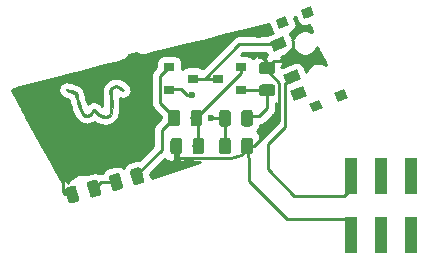
<source format=gbr>
G04 #@! TF.GenerationSoftware,KiCad,Pcbnew,5.1.2*
G04 #@! TF.CreationDate,2019-07-11T13:19:42-05:00*
G04 #@! TF.ProjectId,Camera,43616d65-7261-42e6-9b69-6361645f7063,rev?*
G04 #@! TF.SameCoordinates,Original*
G04 #@! TF.FileFunction,Copper,L2,Bot*
G04 #@! TF.FilePolarity,Positive*
%FSLAX46Y46*%
G04 Gerber Fmt 4.6, Leading zero omitted, Abs format (unit mm)*
G04 Created by KiCad (PCBNEW 5.1.2) date 2019-07-11 13:19:42*
%MOMM*%
%LPD*%
G04 APERTURE LIST*
%ADD10C,0.010000*%
%ADD11C,0.100000*%
%ADD12C,0.975000*%
%ADD13R,1.000000X3.150000*%
%ADD14C,0.800000*%
%ADD15C,0.900000*%
%ADD16R,0.900000X0.800000*%
%ADD17C,0.600000*%
%ADD18C,0.250000*%
%ADD19C,0.254000*%
G04 APERTURE END LIST*
D10*
G36*
X140030587Y-104979101D02*
G01*
X139847524Y-105071441D01*
X139711592Y-105205243D01*
X139704211Y-105216445D01*
X139665704Y-105286560D01*
X139644213Y-105361161D01*
X139637740Y-105461906D01*
X139644287Y-105610454D01*
X139655088Y-105749000D01*
X139668682Y-105957176D01*
X139679873Y-106215106D01*
X139687394Y-106487886D01*
X139689962Y-106709064D01*
X139689221Y-106941042D01*
X139684387Y-107105025D01*
X139673305Y-107217664D01*
X139653820Y-107295610D01*
X139623775Y-107355512D01*
X139602268Y-107386397D01*
X139516398Y-107471274D01*
X139402822Y-107511004D01*
X139329984Y-107519227D01*
X139082110Y-107500096D01*
X138854281Y-107402890D01*
X138640656Y-107224818D01*
X138585776Y-107163825D01*
X138481108Y-107050241D01*
X138390934Y-106968178D01*
X138333859Y-106934453D01*
X138331888Y-106934334D01*
X138276245Y-106967452D01*
X138202818Y-107051096D01*
X138170495Y-107098393D01*
X138023131Y-107289127D01*
X137873087Y-107403226D01*
X137725716Y-107439020D01*
X137586369Y-107394837D01*
X137492029Y-107310223D01*
X137411347Y-107201415D01*
X137341066Y-107073458D01*
X137273918Y-106909221D01*
X137202636Y-106691574D01*
X137144015Y-106489834D01*
X137084550Y-106279010D01*
X137022317Y-106059557D01*
X136968667Y-105871471D01*
X136957754Y-105833442D01*
X136878584Y-105558050D01*
X136450435Y-105394582D01*
X136232433Y-105315972D01*
X136084002Y-105273703D01*
X135998999Y-105266227D01*
X135977855Y-105275545D01*
X135947323Y-105334474D01*
X135980260Y-105394145D01*
X136082714Y-105459634D01*
X136260730Y-105536021D01*
X136310113Y-105554600D01*
X136469737Y-105616840D01*
X136600704Y-105673866D01*
X136680730Y-105715783D01*
X136691473Y-105723933D01*
X136719685Y-105780037D01*
X136763474Y-105901746D01*
X136817447Y-106072637D01*
X136876210Y-106276288D01*
X136892749Y-106336804D01*
X137003263Y-106718610D01*
X137109349Y-107023568D01*
X137215154Y-107259062D01*
X137324827Y-107432475D01*
X137442515Y-107551190D01*
X137572365Y-107622591D01*
X137623931Y-107638398D01*
X137797621Y-107641191D01*
X137981426Y-107574646D01*
X138153741Y-107447924D01*
X138207431Y-107390944D01*
X138358489Y-107214467D01*
X138528458Y-107391355D01*
X138712966Y-107557866D01*
X138896288Y-107660737D01*
X139109082Y-107714778D01*
X139223587Y-107727186D01*
X139381029Y-107733485D01*
X139490094Y-107717957D01*
X139585756Y-107673620D01*
X139627666Y-107646552D01*
X139755913Y-107518677D01*
X139847302Y-107331493D01*
X139902345Y-107081317D01*
X139921551Y-106764461D01*
X139905431Y-106377242D01*
X139860818Y-105963076D01*
X139832055Y-105711873D01*
X139824811Y-105528459D01*
X139842863Y-105397833D01*
X139889991Y-105304997D01*
X139969973Y-105234951D01*
X140056298Y-105187122D01*
X140201342Y-105142101D01*
X140339703Y-105160585D01*
X140487459Y-105247350D01*
X140603421Y-105349650D01*
X140698884Y-105435110D01*
X140761491Y-105465811D01*
X140813708Y-105451090D01*
X140826473Y-105442361D01*
X140873927Y-105397661D01*
X140867648Y-105348669D01*
X140829475Y-105289482D01*
X140720040Y-105176072D01*
X140567499Y-105069287D01*
X140402595Y-104986782D01*
X140256072Y-104946212D01*
X140229026Y-104944667D01*
X140030587Y-104979101D01*
X140030587Y-104979101D01*
G37*
X140030587Y-104979101D02*
X139847524Y-105071441D01*
X139711592Y-105205243D01*
X139704211Y-105216445D01*
X139665704Y-105286560D01*
X139644213Y-105361161D01*
X139637740Y-105461906D01*
X139644287Y-105610454D01*
X139655088Y-105749000D01*
X139668682Y-105957176D01*
X139679873Y-106215106D01*
X139687394Y-106487886D01*
X139689962Y-106709064D01*
X139689221Y-106941042D01*
X139684387Y-107105025D01*
X139673305Y-107217664D01*
X139653820Y-107295610D01*
X139623775Y-107355512D01*
X139602268Y-107386397D01*
X139516398Y-107471274D01*
X139402822Y-107511004D01*
X139329984Y-107519227D01*
X139082110Y-107500096D01*
X138854281Y-107402890D01*
X138640656Y-107224818D01*
X138585776Y-107163825D01*
X138481108Y-107050241D01*
X138390934Y-106968178D01*
X138333859Y-106934453D01*
X138331888Y-106934334D01*
X138276245Y-106967452D01*
X138202818Y-107051096D01*
X138170495Y-107098393D01*
X138023131Y-107289127D01*
X137873087Y-107403226D01*
X137725716Y-107439020D01*
X137586369Y-107394837D01*
X137492029Y-107310223D01*
X137411347Y-107201415D01*
X137341066Y-107073458D01*
X137273918Y-106909221D01*
X137202636Y-106691574D01*
X137144015Y-106489834D01*
X137084550Y-106279010D01*
X137022317Y-106059557D01*
X136968667Y-105871471D01*
X136957754Y-105833442D01*
X136878584Y-105558050D01*
X136450435Y-105394582D01*
X136232433Y-105315972D01*
X136084002Y-105273703D01*
X135998999Y-105266227D01*
X135977855Y-105275545D01*
X135947323Y-105334474D01*
X135980260Y-105394145D01*
X136082714Y-105459634D01*
X136260730Y-105536021D01*
X136310113Y-105554600D01*
X136469737Y-105616840D01*
X136600704Y-105673866D01*
X136680730Y-105715783D01*
X136691473Y-105723933D01*
X136719685Y-105780037D01*
X136763474Y-105901746D01*
X136817447Y-106072637D01*
X136876210Y-106276288D01*
X136892749Y-106336804D01*
X137003263Y-106718610D01*
X137109349Y-107023568D01*
X137215154Y-107259062D01*
X137324827Y-107432475D01*
X137442515Y-107551190D01*
X137572365Y-107622591D01*
X137623931Y-107638398D01*
X137797621Y-107641191D01*
X137981426Y-107574646D01*
X138153741Y-107447924D01*
X138207431Y-107390944D01*
X138358489Y-107214467D01*
X138528458Y-107391355D01*
X138712966Y-107557866D01*
X138896288Y-107660737D01*
X139109082Y-107714778D01*
X139223587Y-107727186D01*
X139381029Y-107733485D01*
X139490094Y-107717957D01*
X139585756Y-107673620D01*
X139627666Y-107646552D01*
X139755913Y-107518677D01*
X139847302Y-107331493D01*
X139902345Y-107081317D01*
X139921551Y-106764461D01*
X139905431Y-106377242D01*
X139860818Y-105963076D01*
X139832055Y-105711873D01*
X139824811Y-105528459D01*
X139842863Y-105397833D01*
X139889991Y-105304997D01*
X139969973Y-105234951D01*
X140056298Y-105187122D01*
X140201342Y-105142101D01*
X140339703Y-105160585D01*
X140487459Y-105247350D01*
X140603421Y-105349650D01*
X140698884Y-105435110D01*
X140761491Y-105465811D01*
X140813708Y-105451090D01*
X140826473Y-105442361D01*
X140873927Y-105397661D01*
X140867648Y-105348669D01*
X140829475Y-105289482D01*
X140720040Y-105176072D01*
X140567499Y-105069287D01*
X140402595Y-104986782D01*
X140256072Y-104946212D01*
X140229026Y-104944667D01*
X140030587Y-104979101D01*
D11*
G36*
X136649174Y-113454544D02*
G01*
X136672708Y-113458827D01*
X136695709Y-113465395D01*
X136717955Y-113474186D01*
X136739233Y-113485115D01*
X136759337Y-113498078D01*
X136778074Y-113512948D01*
X136795262Y-113529583D01*
X136810738Y-113547824D01*
X136824351Y-113567493D01*
X136835971Y-113588401D01*
X136845485Y-113610348D01*
X136852802Y-113633122D01*
X137088975Y-114514530D01*
X137094025Y-114537911D01*
X137096759Y-114561675D01*
X137097150Y-114585592D01*
X137095196Y-114609433D01*
X137090914Y-114632967D01*
X137084345Y-114655968D01*
X137075554Y-114678214D01*
X137064625Y-114699492D01*
X137051662Y-114719596D01*
X137036792Y-114738332D01*
X137020157Y-114755521D01*
X137001917Y-114770997D01*
X136982248Y-114784610D01*
X136961339Y-114796230D01*
X136939392Y-114805744D01*
X136916618Y-114813061D01*
X136445729Y-114939235D01*
X136422348Y-114944285D01*
X136398584Y-114947019D01*
X136374667Y-114947410D01*
X136350826Y-114945456D01*
X136327292Y-114941173D01*
X136304291Y-114934605D01*
X136282045Y-114925814D01*
X136260767Y-114914885D01*
X136240663Y-114901922D01*
X136221926Y-114887052D01*
X136204738Y-114870417D01*
X136189262Y-114852176D01*
X136175649Y-114832507D01*
X136164029Y-114811599D01*
X136154515Y-114789652D01*
X136147198Y-114766878D01*
X135911025Y-113885470D01*
X135905975Y-113862089D01*
X135903241Y-113838325D01*
X135902850Y-113814408D01*
X135904804Y-113790567D01*
X135909086Y-113767033D01*
X135915655Y-113744032D01*
X135924446Y-113721786D01*
X135935375Y-113700508D01*
X135948338Y-113680404D01*
X135963208Y-113661668D01*
X135979843Y-113644479D01*
X135998083Y-113629003D01*
X136017752Y-113615390D01*
X136038661Y-113603770D01*
X136060608Y-113594256D01*
X136083382Y-113586939D01*
X136554271Y-113460765D01*
X136577652Y-113455715D01*
X136601416Y-113452981D01*
X136625333Y-113452590D01*
X136649174Y-113454544D01*
X136649174Y-113454544D01*
G37*
D12*
X136500000Y-114200000D03*
D11*
G36*
X138460284Y-112969258D02*
G01*
X138483818Y-112973541D01*
X138506819Y-112980109D01*
X138529065Y-112988900D01*
X138550343Y-112999829D01*
X138570447Y-113012792D01*
X138589184Y-113027662D01*
X138606372Y-113044297D01*
X138621848Y-113062538D01*
X138635461Y-113082207D01*
X138647081Y-113103115D01*
X138656595Y-113125062D01*
X138663912Y-113147836D01*
X138900085Y-114029244D01*
X138905135Y-114052625D01*
X138907869Y-114076389D01*
X138908260Y-114100306D01*
X138906306Y-114124147D01*
X138902024Y-114147681D01*
X138895455Y-114170682D01*
X138886664Y-114192928D01*
X138875735Y-114214206D01*
X138862772Y-114234310D01*
X138847902Y-114253046D01*
X138831267Y-114270235D01*
X138813027Y-114285711D01*
X138793358Y-114299324D01*
X138772449Y-114310944D01*
X138750502Y-114320458D01*
X138727728Y-114327775D01*
X138256839Y-114453949D01*
X138233458Y-114458999D01*
X138209694Y-114461733D01*
X138185777Y-114462124D01*
X138161936Y-114460170D01*
X138138402Y-114455887D01*
X138115401Y-114449319D01*
X138093155Y-114440528D01*
X138071877Y-114429599D01*
X138051773Y-114416636D01*
X138033036Y-114401766D01*
X138015848Y-114385131D01*
X138000372Y-114366890D01*
X137986759Y-114347221D01*
X137975139Y-114326313D01*
X137965625Y-114304366D01*
X137958308Y-114281592D01*
X137722135Y-113400184D01*
X137717085Y-113376803D01*
X137714351Y-113353039D01*
X137713960Y-113329122D01*
X137715914Y-113305281D01*
X137720196Y-113281747D01*
X137726765Y-113258746D01*
X137735556Y-113236500D01*
X137746485Y-113215222D01*
X137759448Y-113195118D01*
X137774318Y-113176382D01*
X137790953Y-113159193D01*
X137809193Y-113143717D01*
X137828862Y-113130104D01*
X137849771Y-113118484D01*
X137871718Y-113108970D01*
X137894492Y-113101653D01*
X138365381Y-112975479D01*
X138388762Y-112970429D01*
X138412526Y-112967695D01*
X138436443Y-112967304D01*
X138460284Y-112969258D01*
X138460284Y-112969258D01*
G37*
D12*
X138311110Y-113714714D03*
D13*
X160060000Y-112600000D03*
X160060000Y-117650000D03*
X162600000Y-112600000D03*
X162600000Y-117650000D03*
X165140000Y-112600000D03*
X165140000Y-117650000D03*
D14*
X159262897Y-105852626D03*
D11*
G36*
X159829972Y-106054927D02*
G01*
X158995507Y-106392073D01*
X158695822Y-105650325D01*
X159530287Y-105313179D01*
X159829972Y-106054927D01*
X159829972Y-106054927D01*
G37*
D14*
X156415887Y-98806029D03*
D11*
G36*
X156982962Y-99008330D02*
G01*
X156148497Y-99345476D01*
X155848812Y-98603728D01*
X156683277Y-98266582D01*
X156982962Y-99008330D01*
X156982962Y-99008330D01*
G37*
D14*
X154279618Y-99658352D03*
D11*
G36*
X154846693Y-99860653D02*
G01*
X154012228Y-100197799D01*
X153712543Y-99456051D01*
X154547008Y-99118905D01*
X154846693Y-99860653D01*
X154846693Y-99860653D01*
G37*
D14*
X157130375Y-106714221D03*
D11*
G36*
X157697450Y-106916522D02*
G01*
X156862985Y-107253668D01*
X156563300Y-106511920D01*
X157397765Y-106174774D01*
X157697450Y-106916522D01*
X157697450Y-106916522D01*
G37*
D15*
X155645730Y-105642328D03*
D11*
G36*
X156393793Y-105825432D02*
G01*
X155234813Y-106293690D01*
X154897667Y-105459224D01*
X156056647Y-104990966D01*
X156393793Y-105825432D01*
X156393793Y-105825432D01*
G37*
D15*
X155083820Y-104251552D03*
D11*
G36*
X155831883Y-104434656D02*
G01*
X154672903Y-104902914D01*
X154335757Y-104068448D01*
X155494737Y-103600190D01*
X155831883Y-104434656D01*
X155831883Y-104434656D01*
G37*
D15*
X153960000Y-101470000D03*
D11*
G36*
X154708063Y-101653104D02*
G01*
X153549083Y-102121362D01*
X153211937Y-101286896D01*
X154370917Y-100818638D01*
X154708063Y-101653104D01*
X154708063Y-101653104D01*
G37*
D16*
X144700000Y-105350000D03*
X144700000Y-103450000D03*
X146700000Y-104400000D03*
X148800000Y-104400000D03*
X150800000Y-105350000D03*
X150800000Y-103450000D03*
D11*
G36*
X142154729Y-111911901D02*
G01*
X142178263Y-111916184D01*
X142201264Y-111922752D01*
X142223510Y-111931543D01*
X142244788Y-111942472D01*
X142264892Y-111955435D01*
X142283629Y-111970305D01*
X142300817Y-111986940D01*
X142316293Y-112005181D01*
X142329906Y-112024850D01*
X142341526Y-112045758D01*
X142351040Y-112067705D01*
X142358357Y-112090479D01*
X142594530Y-112971887D01*
X142599580Y-112995268D01*
X142602314Y-113019032D01*
X142602705Y-113042949D01*
X142600751Y-113066790D01*
X142596469Y-113090324D01*
X142589900Y-113113325D01*
X142581109Y-113135571D01*
X142570180Y-113156849D01*
X142557217Y-113176953D01*
X142542347Y-113195689D01*
X142525712Y-113212878D01*
X142507472Y-113228354D01*
X142487803Y-113241967D01*
X142466894Y-113253587D01*
X142444947Y-113263101D01*
X142422173Y-113270418D01*
X141951284Y-113396592D01*
X141927903Y-113401642D01*
X141904139Y-113404376D01*
X141880222Y-113404767D01*
X141856381Y-113402813D01*
X141832847Y-113398530D01*
X141809846Y-113391962D01*
X141787600Y-113383171D01*
X141766322Y-113372242D01*
X141746218Y-113359279D01*
X141727481Y-113344409D01*
X141710293Y-113327774D01*
X141694817Y-113309533D01*
X141681204Y-113289864D01*
X141669584Y-113268956D01*
X141660070Y-113247009D01*
X141652753Y-113224235D01*
X141416580Y-112342827D01*
X141411530Y-112319446D01*
X141408796Y-112295682D01*
X141408405Y-112271765D01*
X141410359Y-112247924D01*
X141414641Y-112224390D01*
X141421210Y-112201389D01*
X141430001Y-112179143D01*
X141440930Y-112157865D01*
X141453893Y-112137761D01*
X141468763Y-112119025D01*
X141485398Y-112101836D01*
X141503638Y-112086360D01*
X141523307Y-112072747D01*
X141544216Y-112061127D01*
X141566163Y-112051613D01*
X141588937Y-112044296D01*
X142059826Y-111918122D01*
X142083207Y-111913072D01*
X142106971Y-111910338D01*
X142130888Y-111909947D01*
X142154729Y-111911901D01*
X142154729Y-111911901D01*
G37*
D12*
X142005555Y-112657357D03*
D11*
G36*
X140343619Y-112397187D02*
G01*
X140367153Y-112401470D01*
X140390154Y-112408038D01*
X140412400Y-112416829D01*
X140433678Y-112427758D01*
X140453782Y-112440721D01*
X140472519Y-112455591D01*
X140489707Y-112472226D01*
X140505183Y-112490467D01*
X140518796Y-112510136D01*
X140530416Y-112531044D01*
X140539930Y-112552991D01*
X140547247Y-112575765D01*
X140783420Y-113457173D01*
X140788470Y-113480554D01*
X140791204Y-113504318D01*
X140791595Y-113528235D01*
X140789641Y-113552076D01*
X140785359Y-113575610D01*
X140778790Y-113598611D01*
X140769999Y-113620857D01*
X140759070Y-113642135D01*
X140746107Y-113662239D01*
X140731237Y-113680975D01*
X140714602Y-113698164D01*
X140696362Y-113713640D01*
X140676693Y-113727253D01*
X140655784Y-113738873D01*
X140633837Y-113748387D01*
X140611063Y-113755704D01*
X140140174Y-113881878D01*
X140116793Y-113886928D01*
X140093029Y-113889662D01*
X140069112Y-113890053D01*
X140045271Y-113888099D01*
X140021737Y-113883816D01*
X139998736Y-113877248D01*
X139976490Y-113868457D01*
X139955212Y-113857528D01*
X139935108Y-113844565D01*
X139916371Y-113829695D01*
X139899183Y-113813060D01*
X139883707Y-113794819D01*
X139870094Y-113775150D01*
X139858474Y-113754242D01*
X139848960Y-113732295D01*
X139841643Y-113709521D01*
X139605470Y-112828113D01*
X139600420Y-112804732D01*
X139597686Y-112780968D01*
X139597295Y-112757051D01*
X139599249Y-112733210D01*
X139603531Y-112709676D01*
X139610100Y-112686675D01*
X139618891Y-112664429D01*
X139629820Y-112643151D01*
X139642783Y-112623047D01*
X139657653Y-112604311D01*
X139674288Y-112587122D01*
X139692528Y-112571646D01*
X139712197Y-112558033D01*
X139733106Y-112546413D01*
X139755053Y-112536899D01*
X139777827Y-112529582D01*
X140248716Y-112403408D01*
X140272097Y-112398358D01*
X140295861Y-112395624D01*
X140319778Y-112395233D01*
X140343619Y-112397187D01*
X140343619Y-112397187D01*
G37*
D12*
X140194445Y-113142643D03*
D11*
G36*
X153480142Y-103013674D02*
G01*
X153503803Y-103017184D01*
X153527007Y-103022996D01*
X153549529Y-103031054D01*
X153571153Y-103041282D01*
X153591670Y-103053579D01*
X153610883Y-103067829D01*
X153628607Y-103083893D01*
X153644671Y-103101617D01*
X153658921Y-103120830D01*
X153671218Y-103141347D01*
X153681446Y-103162971D01*
X153689504Y-103185493D01*
X153695316Y-103208697D01*
X153698826Y-103232358D01*
X153700000Y-103256250D01*
X153700000Y-103743750D01*
X153698826Y-103767642D01*
X153695316Y-103791303D01*
X153689504Y-103814507D01*
X153681446Y-103837029D01*
X153671218Y-103858653D01*
X153658921Y-103879170D01*
X153644671Y-103898383D01*
X153628607Y-103916107D01*
X153610883Y-103932171D01*
X153591670Y-103946421D01*
X153571153Y-103958718D01*
X153549529Y-103968946D01*
X153527007Y-103977004D01*
X153503803Y-103982816D01*
X153480142Y-103986326D01*
X153456250Y-103987500D01*
X152543750Y-103987500D01*
X152519858Y-103986326D01*
X152496197Y-103982816D01*
X152472993Y-103977004D01*
X152450471Y-103968946D01*
X152428847Y-103958718D01*
X152408330Y-103946421D01*
X152389117Y-103932171D01*
X152371393Y-103916107D01*
X152355329Y-103898383D01*
X152341079Y-103879170D01*
X152328782Y-103858653D01*
X152318554Y-103837029D01*
X152310496Y-103814507D01*
X152304684Y-103791303D01*
X152301174Y-103767642D01*
X152300000Y-103743750D01*
X152300000Y-103256250D01*
X152301174Y-103232358D01*
X152304684Y-103208697D01*
X152310496Y-103185493D01*
X152318554Y-103162971D01*
X152328782Y-103141347D01*
X152341079Y-103120830D01*
X152355329Y-103101617D01*
X152371393Y-103083893D01*
X152389117Y-103067829D01*
X152408330Y-103053579D01*
X152428847Y-103041282D01*
X152450471Y-103031054D01*
X152472993Y-103022996D01*
X152496197Y-103017184D01*
X152519858Y-103013674D01*
X152543750Y-103012500D01*
X153456250Y-103012500D01*
X153480142Y-103013674D01*
X153480142Y-103013674D01*
G37*
D12*
X153000000Y-103500000D03*
D11*
G36*
X153480142Y-104888674D02*
G01*
X153503803Y-104892184D01*
X153527007Y-104897996D01*
X153549529Y-104906054D01*
X153571153Y-104916282D01*
X153591670Y-104928579D01*
X153610883Y-104942829D01*
X153628607Y-104958893D01*
X153644671Y-104976617D01*
X153658921Y-104995830D01*
X153671218Y-105016347D01*
X153681446Y-105037971D01*
X153689504Y-105060493D01*
X153695316Y-105083697D01*
X153698826Y-105107358D01*
X153700000Y-105131250D01*
X153700000Y-105618750D01*
X153698826Y-105642642D01*
X153695316Y-105666303D01*
X153689504Y-105689507D01*
X153681446Y-105712029D01*
X153671218Y-105733653D01*
X153658921Y-105754170D01*
X153644671Y-105773383D01*
X153628607Y-105791107D01*
X153610883Y-105807171D01*
X153591670Y-105821421D01*
X153571153Y-105833718D01*
X153549529Y-105843946D01*
X153527007Y-105852004D01*
X153503803Y-105857816D01*
X153480142Y-105861326D01*
X153456250Y-105862500D01*
X152543750Y-105862500D01*
X152519858Y-105861326D01*
X152496197Y-105857816D01*
X152472993Y-105852004D01*
X152450471Y-105843946D01*
X152428847Y-105833718D01*
X152408330Y-105821421D01*
X152389117Y-105807171D01*
X152371393Y-105791107D01*
X152355329Y-105773383D01*
X152341079Y-105754170D01*
X152328782Y-105733653D01*
X152318554Y-105712029D01*
X152310496Y-105689507D01*
X152304684Y-105666303D01*
X152301174Y-105642642D01*
X152300000Y-105618750D01*
X152300000Y-105131250D01*
X152301174Y-105107358D01*
X152304684Y-105083697D01*
X152310496Y-105060493D01*
X152318554Y-105037971D01*
X152328782Y-105016347D01*
X152341079Y-104995830D01*
X152355329Y-104976617D01*
X152371393Y-104958893D01*
X152389117Y-104942829D01*
X152408330Y-104928579D01*
X152428847Y-104916282D01*
X152450471Y-104906054D01*
X152472993Y-104897996D01*
X152496197Y-104892184D01*
X152519858Y-104888674D01*
X152543750Y-104887500D01*
X153456250Y-104887500D01*
X153480142Y-104888674D01*
X153480142Y-104888674D01*
G37*
D12*
X153000000Y-105375000D03*
D11*
G36*
X149692642Y-109401174D02*
G01*
X149716303Y-109404684D01*
X149739507Y-109410496D01*
X149762029Y-109418554D01*
X149783653Y-109428782D01*
X149804170Y-109441079D01*
X149823383Y-109455329D01*
X149841107Y-109471393D01*
X149857171Y-109489117D01*
X149871421Y-109508330D01*
X149883718Y-109528847D01*
X149893946Y-109550471D01*
X149902004Y-109572993D01*
X149907816Y-109596197D01*
X149911326Y-109619858D01*
X149912500Y-109643750D01*
X149912500Y-110556250D01*
X149911326Y-110580142D01*
X149907816Y-110603803D01*
X149902004Y-110627007D01*
X149893946Y-110649529D01*
X149883718Y-110671153D01*
X149871421Y-110691670D01*
X149857171Y-110710883D01*
X149841107Y-110728607D01*
X149823383Y-110744671D01*
X149804170Y-110758921D01*
X149783653Y-110771218D01*
X149762029Y-110781446D01*
X149739507Y-110789504D01*
X149716303Y-110795316D01*
X149692642Y-110798826D01*
X149668750Y-110800000D01*
X149181250Y-110800000D01*
X149157358Y-110798826D01*
X149133697Y-110795316D01*
X149110493Y-110789504D01*
X149087971Y-110781446D01*
X149066347Y-110771218D01*
X149045830Y-110758921D01*
X149026617Y-110744671D01*
X149008893Y-110728607D01*
X148992829Y-110710883D01*
X148978579Y-110691670D01*
X148966282Y-110671153D01*
X148956054Y-110649529D01*
X148947996Y-110627007D01*
X148942184Y-110603803D01*
X148938674Y-110580142D01*
X148937500Y-110556250D01*
X148937500Y-109643750D01*
X148938674Y-109619858D01*
X148942184Y-109596197D01*
X148947996Y-109572993D01*
X148956054Y-109550471D01*
X148966282Y-109528847D01*
X148978579Y-109508330D01*
X148992829Y-109489117D01*
X149008893Y-109471393D01*
X149026617Y-109455329D01*
X149045830Y-109441079D01*
X149066347Y-109428782D01*
X149087971Y-109418554D01*
X149110493Y-109410496D01*
X149133697Y-109404684D01*
X149157358Y-109401174D01*
X149181250Y-109400000D01*
X149668750Y-109400000D01*
X149692642Y-109401174D01*
X149692642Y-109401174D01*
G37*
D12*
X149425000Y-110100000D03*
D11*
G36*
X151567642Y-109401174D02*
G01*
X151591303Y-109404684D01*
X151614507Y-109410496D01*
X151637029Y-109418554D01*
X151658653Y-109428782D01*
X151679170Y-109441079D01*
X151698383Y-109455329D01*
X151716107Y-109471393D01*
X151732171Y-109489117D01*
X151746421Y-109508330D01*
X151758718Y-109528847D01*
X151768946Y-109550471D01*
X151777004Y-109572993D01*
X151782816Y-109596197D01*
X151786326Y-109619858D01*
X151787500Y-109643750D01*
X151787500Y-110556250D01*
X151786326Y-110580142D01*
X151782816Y-110603803D01*
X151777004Y-110627007D01*
X151768946Y-110649529D01*
X151758718Y-110671153D01*
X151746421Y-110691670D01*
X151732171Y-110710883D01*
X151716107Y-110728607D01*
X151698383Y-110744671D01*
X151679170Y-110758921D01*
X151658653Y-110771218D01*
X151637029Y-110781446D01*
X151614507Y-110789504D01*
X151591303Y-110795316D01*
X151567642Y-110798826D01*
X151543750Y-110800000D01*
X151056250Y-110800000D01*
X151032358Y-110798826D01*
X151008697Y-110795316D01*
X150985493Y-110789504D01*
X150962971Y-110781446D01*
X150941347Y-110771218D01*
X150920830Y-110758921D01*
X150901617Y-110744671D01*
X150883893Y-110728607D01*
X150867829Y-110710883D01*
X150853579Y-110691670D01*
X150841282Y-110671153D01*
X150831054Y-110649529D01*
X150822996Y-110627007D01*
X150817184Y-110603803D01*
X150813674Y-110580142D01*
X150812500Y-110556250D01*
X150812500Y-109643750D01*
X150813674Y-109619858D01*
X150817184Y-109596197D01*
X150822996Y-109572993D01*
X150831054Y-109550471D01*
X150841282Y-109528847D01*
X150853579Y-109508330D01*
X150867829Y-109489117D01*
X150883893Y-109471393D01*
X150901617Y-109455329D01*
X150920830Y-109441079D01*
X150941347Y-109428782D01*
X150962971Y-109418554D01*
X150985493Y-109410496D01*
X151008697Y-109404684D01*
X151032358Y-109401174D01*
X151056250Y-109400000D01*
X151543750Y-109400000D01*
X151567642Y-109401174D01*
X151567642Y-109401174D01*
G37*
D12*
X151300000Y-110100000D03*
D11*
G36*
X145567642Y-109401174D02*
G01*
X145591303Y-109404684D01*
X145614507Y-109410496D01*
X145637029Y-109418554D01*
X145658653Y-109428782D01*
X145679170Y-109441079D01*
X145698383Y-109455329D01*
X145716107Y-109471393D01*
X145732171Y-109489117D01*
X145746421Y-109508330D01*
X145758718Y-109528847D01*
X145768946Y-109550471D01*
X145777004Y-109572993D01*
X145782816Y-109596197D01*
X145786326Y-109619858D01*
X145787500Y-109643750D01*
X145787500Y-110556250D01*
X145786326Y-110580142D01*
X145782816Y-110603803D01*
X145777004Y-110627007D01*
X145768946Y-110649529D01*
X145758718Y-110671153D01*
X145746421Y-110691670D01*
X145732171Y-110710883D01*
X145716107Y-110728607D01*
X145698383Y-110744671D01*
X145679170Y-110758921D01*
X145658653Y-110771218D01*
X145637029Y-110781446D01*
X145614507Y-110789504D01*
X145591303Y-110795316D01*
X145567642Y-110798826D01*
X145543750Y-110800000D01*
X145056250Y-110800000D01*
X145032358Y-110798826D01*
X145008697Y-110795316D01*
X144985493Y-110789504D01*
X144962971Y-110781446D01*
X144941347Y-110771218D01*
X144920830Y-110758921D01*
X144901617Y-110744671D01*
X144883893Y-110728607D01*
X144867829Y-110710883D01*
X144853579Y-110691670D01*
X144841282Y-110671153D01*
X144831054Y-110649529D01*
X144822996Y-110627007D01*
X144817184Y-110603803D01*
X144813674Y-110580142D01*
X144812500Y-110556250D01*
X144812500Y-109643750D01*
X144813674Y-109619858D01*
X144817184Y-109596197D01*
X144822996Y-109572993D01*
X144831054Y-109550471D01*
X144841282Y-109528847D01*
X144853579Y-109508330D01*
X144867829Y-109489117D01*
X144883893Y-109471393D01*
X144901617Y-109455329D01*
X144920830Y-109441079D01*
X144941347Y-109428782D01*
X144962971Y-109418554D01*
X144985493Y-109410496D01*
X145008697Y-109404684D01*
X145032358Y-109401174D01*
X145056250Y-109400000D01*
X145543750Y-109400000D01*
X145567642Y-109401174D01*
X145567642Y-109401174D01*
G37*
D12*
X145300000Y-110100000D03*
D11*
G36*
X147442642Y-109401174D02*
G01*
X147466303Y-109404684D01*
X147489507Y-109410496D01*
X147512029Y-109418554D01*
X147533653Y-109428782D01*
X147554170Y-109441079D01*
X147573383Y-109455329D01*
X147591107Y-109471393D01*
X147607171Y-109489117D01*
X147621421Y-109508330D01*
X147633718Y-109528847D01*
X147643946Y-109550471D01*
X147652004Y-109572993D01*
X147657816Y-109596197D01*
X147661326Y-109619858D01*
X147662500Y-109643750D01*
X147662500Y-110556250D01*
X147661326Y-110580142D01*
X147657816Y-110603803D01*
X147652004Y-110627007D01*
X147643946Y-110649529D01*
X147633718Y-110671153D01*
X147621421Y-110691670D01*
X147607171Y-110710883D01*
X147591107Y-110728607D01*
X147573383Y-110744671D01*
X147554170Y-110758921D01*
X147533653Y-110771218D01*
X147512029Y-110781446D01*
X147489507Y-110789504D01*
X147466303Y-110795316D01*
X147442642Y-110798826D01*
X147418750Y-110800000D01*
X146931250Y-110800000D01*
X146907358Y-110798826D01*
X146883697Y-110795316D01*
X146860493Y-110789504D01*
X146837971Y-110781446D01*
X146816347Y-110771218D01*
X146795830Y-110758921D01*
X146776617Y-110744671D01*
X146758893Y-110728607D01*
X146742829Y-110710883D01*
X146728579Y-110691670D01*
X146716282Y-110671153D01*
X146706054Y-110649529D01*
X146697996Y-110627007D01*
X146692184Y-110603803D01*
X146688674Y-110580142D01*
X146687500Y-110556250D01*
X146687500Y-109643750D01*
X146688674Y-109619858D01*
X146692184Y-109596197D01*
X146697996Y-109572993D01*
X146706054Y-109550471D01*
X146716282Y-109528847D01*
X146728579Y-109508330D01*
X146742829Y-109489117D01*
X146758893Y-109471393D01*
X146776617Y-109455329D01*
X146795830Y-109441079D01*
X146816347Y-109428782D01*
X146837971Y-109418554D01*
X146860493Y-109410496D01*
X146883697Y-109404684D01*
X146907358Y-109401174D01*
X146931250Y-109400000D01*
X147418750Y-109400000D01*
X147442642Y-109401174D01*
X147442642Y-109401174D01*
G37*
D12*
X147175000Y-110100000D03*
D11*
G36*
X145387642Y-107031174D02*
G01*
X145411303Y-107034684D01*
X145434507Y-107040496D01*
X145457029Y-107048554D01*
X145478653Y-107058782D01*
X145499170Y-107071079D01*
X145518383Y-107085329D01*
X145536107Y-107101393D01*
X145552171Y-107119117D01*
X145566421Y-107138330D01*
X145578718Y-107158847D01*
X145588946Y-107180471D01*
X145597004Y-107202993D01*
X145602816Y-107226197D01*
X145606326Y-107249858D01*
X145607500Y-107273750D01*
X145607500Y-108186250D01*
X145606326Y-108210142D01*
X145602816Y-108233803D01*
X145597004Y-108257007D01*
X145588946Y-108279529D01*
X145578718Y-108301153D01*
X145566421Y-108321670D01*
X145552171Y-108340883D01*
X145536107Y-108358607D01*
X145518383Y-108374671D01*
X145499170Y-108388921D01*
X145478653Y-108401218D01*
X145457029Y-108411446D01*
X145434507Y-108419504D01*
X145411303Y-108425316D01*
X145387642Y-108428826D01*
X145363750Y-108430000D01*
X144876250Y-108430000D01*
X144852358Y-108428826D01*
X144828697Y-108425316D01*
X144805493Y-108419504D01*
X144782971Y-108411446D01*
X144761347Y-108401218D01*
X144740830Y-108388921D01*
X144721617Y-108374671D01*
X144703893Y-108358607D01*
X144687829Y-108340883D01*
X144673579Y-108321670D01*
X144661282Y-108301153D01*
X144651054Y-108279529D01*
X144642996Y-108257007D01*
X144637184Y-108233803D01*
X144633674Y-108210142D01*
X144632500Y-108186250D01*
X144632500Y-107273750D01*
X144633674Y-107249858D01*
X144637184Y-107226197D01*
X144642996Y-107202993D01*
X144651054Y-107180471D01*
X144661282Y-107158847D01*
X144673579Y-107138330D01*
X144687829Y-107119117D01*
X144703893Y-107101393D01*
X144721617Y-107085329D01*
X144740830Y-107071079D01*
X144761347Y-107058782D01*
X144782971Y-107048554D01*
X144805493Y-107040496D01*
X144828697Y-107034684D01*
X144852358Y-107031174D01*
X144876250Y-107030000D01*
X145363750Y-107030000D01*
X145387642Y-107031174D01*
X145387642Y-107031174D01*
G37*
D12*
X145120000Y-107730000D03*
D11*
G36*
X147262642Y-107031174D02*
G01*
X147286303Y-107034684D01*
X147309507Y-107040496D01*
X147332029Y-107048554D01*
X147353653Y-107058782D01*
X147374170Y-107071079D01*
X147393383Y-107085329D01*
X147411107Y-107101393D01*
X147427171Y-107119117D01*
X147441421Y-107138330D01*
X147453718Y-107158847D01*
X147463946Y-107180471D01*
X147472004Y-107202993D01*
X147477816Y-107226197D01*
X147481326Y-107249858D01*
X147482500Y-107273750D01*
X147482500Y-108186250D01*
X147481326Y-108210142D01*
X147477816Y-108233803D01*
X147472004Y-108257007D01*
X147463946Y-108279529D01*
X147453718Y-108301153D01*
X147441421Y-108321670D01*
X147427171Y-108340883D01*
X147411107Y-108358607D01*
X147393383Y-108374671D01*
X147374170Y-108388921D01*
X147353653Y-108401218D01*
X147332029Y-108411446D01*
X147309507Y-108419504D01*
X147286303Y-108425316D01*
X147262642Y-108428826D01*
X147238750Y-108430000D01*
X146751250Y-108430000D01*
X146727358Y-108428826D01*
X146703697Y-108425316D01*
X146680493Y-108419504D01*
X146657971Y-108411446D01*
X146636347Y-108401218D01*
X146615830Y-108388921D01*
X146596617Y-108374671D01*
X146578893Y-108358607D01*
X146562829Y-108340883D01*
X146548579Y-108321670D01*
X146536282Y-108301153D01*
X146526054Y-108279529D01*
X146517996Y-108257007D01*
X146512184Y-108233803D01*
X146508674Y-108210142D01*
X146507500Y-108186250D01*
X146507500Y-107273750D01*
X146508674Y-107249858D01*
X146512184Y-107226197D01*
X146517996Y-107202993D01*
X146526054Y-107180471D01*
X146536282Y-107158847D01*
X146548579Y-107138330D01*
X146562829Y-107119117D01*
X146578893Y-107101393D01*
X146596617Y-107085329D01*
X146615830Y-107071079D01*
X146636347Y-107058782D01*
X146657971Y-107048554D01*
X146680493Y-107040496D01*
X146703697Y-107034684D01*
X146727358Y-107031174D01*
X146751250Y-107030000D01*
X147238750Y-107030000D01*
X147262642Y-107031174D01*
X147262642Y-107031174D01*
G37*
D12*
X146995000Y-107730000D03*
D11*
G36*
X149687643Y-107051174D02*
G01*
X149711304Y-107054684D01*
X149734508Y-107060496D01*
X149757030Y-107068554D01*
X149778654Y-107078782D01*
X149799171Y-107091079D01*
X149818384Y-107105329D01*
X149836108Y-107121393D01*
X149852172Y-107139117D01*
X149866422Y-107158330D01*
X149878719Y-107178847D01*
X149888947Y-107200471D01*
X149897005Y-107222993D01*
X149902817Y-107246197D01*
X149906327Y-107269858D01*
X149907501Y-107293750D01*
X149907501Y-108206250D01*
X149906327Y-108230142D01*
X149902817Y-108253803D01*
X149897005Y-108277007D01*
X149888947Y-108299529D01*
X149878719Y-108321153D01*
X149866422Y-108341670D01*
X149852172Y-108360883D01*
X149836108Y-108378607D01*
X149818384Y-108394671D01*
X149799171Y-108408921D01*
X149778654Y-108421218D01*
X149757030Y-108431446D01*
X149734508Y-108439504D01*
X149711304Y-108445316D01*
X149687643Y-108448826D01*
X149663751Y-108450000D01*
X149176251Y-108450000D01*
X149152359Y-108448826D01*
X149128698Y-108445316D01*
X149105494Y-108439504D01*
X149082972Y-108431446D01*
X149061348Y-108421218D01*
X149040831Y-108408921D01*
X149021618Y-108394671D01*
X149003894Y-108378607D01*
X148987830Y-108360883D01*
X148973580Y-108341670D01*
X148961283Y-108321153D01*
X148951055Y-108299529D01*
X148942997Y-108277007D01*
X148937185Y-108253803D01*
X148933675Y-108230142D01*
X148932501Y-108206250D01*
X148932501Y-107293750D01*
X148933675Y-107269858D01*
X148937185Y-107246197D01*
X148942997Y-107222993D01*
X148951055Y-107200471D01*
X148961283Y-107178847D01*
X148973580Y-107158330D01*
X148987830Y-107139117D01*
X149003894Y-107121393D01*
X149021618Y-107105329D01*
X149040831Y-107091079D01*
X149061348Y-107078782D01*
X149082972Y-107068554D01*
X149105494Y-107060496D01*
X149128698Y-107054684D01*
X149152359Y-107051174D01*
X149176251Y-107050000D01*
X149663751Y-107050000D01*
X149687643Y-107051174D01*
X149687643Y-107051174D01*
G37*
D12*
X149420001Y-107750000D03*
D11*
G36*
X151562643Y-107051174D02*
G01*
X151586304Y-107054684D01*
X151609508Y-107060496D01*
X151632030Y-107068554D01*
X151653654Y-107078782D01*
X151674171Y-107091079D01*
X151693384Y-107105329D01*
X151711108Y-107121393D01*
X151727172Y-107139117D01*
X151741422Y-107158330D01*
X151753719Y-107178847D01*
X151763947Y-107200471D01*
X151772005Y-107222993D01*
X151777817Y-107246197D01*
X151781327Y-107269858D01*
X151782501Y-107293750D01*
X151782501Y-108206250D01*
X151781327Y-108230142D01*
X151777817Y-108253803D01*
X151772005Y-108277007D01*
X151763947Y-108299529D01*
X151753719Y-108321153D01*
X151741422Y-108341670D01*
X151727172Y-108360883D01*
X151711108Y-108378607D01*
X151693384Y-108394671D01*
X151674171Y-108408921D01*
X151653654Y-108421218D01*
X151632030Y-108431446D01*
X151609508Y-108439504D01*
X151586304Y-108445316D01*
X151562643Y-108448826D01*
X151538751Y-108450000D01*
X151051251Y-108450000D01*
X151027359Y-108448826D01*
X151003698Y-108445316D01*
X150980494Y-108439504D01*
X150957972Y-108431446D01*
X150936348Y-108421218D01*
X150915831Y-108408921D01*
X150896618Y-108394671D01*
X150878894Y-108378607D01*
X150862830Y-108360883D01*
X150848580Y-108341670D01*
X150836283Y-108321153D01*
X150826055Y-108299529D01*
X150817997Y-108277007D01*
X150812185Y-108253803D01*
X150808675Y-108230142D01*
X150807501Y-108206250D01*
X150807501Y-107293750D01*
X150808675Y-107269858D01*
X150812185Y-107246197D01*
X150817997Y-107222993D01*
X150826055Y-107200471D01*
X150836283Y-107178847D01*
X150848580Y-107158330D01*
X150862830Y-107139117D01*
X150878894Y-107121393D01*
X150896618Y-107105329D01*
X150915831Y-107091079D01*
X150936348Y-107078782D01*
X150957972Y-107068554D01*
X150980494Y-107060496D01*
X151003698Y-107054684D01*
X151027359Y-107051174D01*
X151051251Y-107050000D01*
X151538751Y-107050000D01*
X151562643Y-107051174D01*
X151562643Y-107051174D01*
G37*
D12*
X151295001Y-107750000D03*
D17*
X152500000Y-102500000D03*
X152300000Y-100700000D03*
X148200000Y-107700000D03*
X146600000Y-105800000D03*
D18*
X146900000Y-104400000D02*
X146800000Y-104300000D01*
X150630000Y-101470000D02*
X147700000Y-104400000D01*
X148800000Y-104400000D02*
X147700000Y-104400000D01*
X153960000Y-101470000D02*
X150630000Y-101470000D01*
X147700000Y-104400000D02*
X146900000Y-104400000D01*
X155310000Y-104260000D02*
X155310000Y-104200000D01*
X154533002Y-104802370D02*
X154533002Y-108466998D01*
X155083820Y-104251552D02*
X154533002Y-104802370D01*
X155263870Y-114303031D02*
X159496969Y-114303031D01*
X153039931Y-112079092D02*
X155263870Y-114303031D01*
X154533002Y-108466998D02*
X153039931Y-109960069D01*
X153039931Y-109960069D02*
X153039931Y-112079092D01*
X159496969Y-114303031D02*
X159900000Y-113900000D01*
X160060000Y-116575000D02*
X159735000Y-116250000D01*
X160060000Y-117650000D02*
X160060000Y-116575000D01*
X159735000Y-116250000D02*
X154650000Y-116250000D01*
X154650000Y-116250000D02*
X151477870Y-113077870D01*
X151477870Y-111077870D02*
X151400000Y-111000000D01*
X151477870Y-113077870D02*
X151477870Y-111077870D01*
X151400000Y-111000000D02*
X151400000Y-110200000D01*
X154025010Y-107962490D02*
X154025010Y-104725010D01*
X151300000Y-110100000D02*
X151887500Y-110100000D01*
X151887500Y-110100000D02*
X154025010Y-107962490D01*
X154025010Y-104725010D02*
X152900000Y-103600000D01*
X153556237Y-102943763D02*
X154056237Y-102943763D01*
X153000000Y-103500000D02*
X153556237Y-102943763D01*
X154056237Y-102943763D02*
X155200000Y-101800000D01*
X155200000Y-101188085D02*
X155100000Y-101088085D01*
X155200000Y-101800000D02*
X155200000Y-101188085D01*
X153000000Y-103500000D02*
X153000000Y-103000000D01*
X153000000Y-103000000D02*
X152500000Y-102500000D01*
X136500000Y-114200000D02*
X135895304Y-114200000D01*
X135895304Y-114200000D02*
X135700000Y-114004696D01*
X135700000Y-114004696D02*
X135700000Y-112800000D01*
X149911822Y-111075010D02*
X150824349Y-110875651D01*
X145475010Y-111075010D02*
X149911822Y-111075010D01*
X145300000Y-110100000D02*
X145300000Y-110900000D01*
X145300000Y-110900000D02*
X145475010Y-111075010D01*
X150824349Y-110875651D02*
X151300000Y-110400000D01*
X144700000Y-103450000D02*
X144650000Y-103450000D01*
X144650000Y-103450000D02*
X143924999Y-104175001D01*
X144100000Y-110400000D02*
X142000000Y-112500000D01*
X143924999Y-104175001D02*
X143924999Y-106454999D01*
X143924999Y-106454999D02*
X144930000Y-107460000D01*
X144930000Y-107460000D02*
X144930000Y-107880000D01*
X144100000Y-108710000D02*
X144100000Y-110400000D01*
X144930000Y-107880000D02*
X144100000Y-108710000D01*
X147000000Y-107700000D02*
X150800000Y-103900000D01*
X150800000Y-103900000D02*
X150800000Y-103500000D01*
X147175000Y-110100000D02*
X147175000Y-107975000D01*
X147175000Y-107975000D02*
X147100000Y-107900000D01*
X149300000Y-107700000D02*
X148200000Y-107700000D01*
X146175736Y-105800000D02*
X145675736Y-105300000D01*
X146600000Y-105800000D02*
X146175736Y-105800000D01*
X145675736Y-105300000D02*
X144500000Y-105300000D01*
X149425000Y-110100000D02*
X149425000Y-107825000D01*
X149425000Y-107825000D02*
X149300000Y-107700000D01*
X153000000Y-105375000D02*
X153000000Y-106900000D01*
X153000000Y-106900000D02*
X152300000Y-107600000D01*
X153000000Y-105375000D02*
X150725000Y-105375000D01*
X150725000Y-105375000D02*
X150700000Y-105400000D01*
X152300000Y-107600000D02*
X151310000Y-107600000D01*
X151310000Y-107600000D02*
X151280000Y-107570000D01*
X140194445Y-113142643D02*
X138957357Y-113142643D01*
X138957357Y-113142643D02*
X138605556Y-113494444D01*
X138605556Y-113494444D02*
X138605556Y-113600000D01*
D19*
G36*
X153420618Y-100436825D02*
G01*
X153454130Y-100500861D01*
X152972911Y-100695286D01*
X152944796Y-100710000D01*
X150667325Y-100710000D01*
X150630000Y-100706324D01*
X150592675Y-100710000D01*
X150592667Y-100710000D01*
X150481014Y-100720997D01*
X150337753Y-100764454D01*
X150205724Y-100835026D01*
X150089999Y-100929999D01*
X150066201Y-100958997D01*
X147532638Y-103492560D01*
X147504494Y-103469463D01*
X147394180Y-103410498D01*
X147274482Y-103374188D01*
X147150000Y-103361928D01*
X146250000Y-103361928D01*
X146125518Y-103374188D01*
X146005820Y-103410498D01*
X145895506Y-103469463D01*
X145798815Y-103548815D01*
X145788072Y-103561905D01*
X145788072Y-103050000D01*
X145775812Y-102925518D01*
X145739502Y-102805820D01*
X145680537Y-102695506D01*
X145601185Y-102598815D01*
X145504494Y-102519463D01*
X145394180Y-102460498D01*
X145274482Y-102424188D01*
X145150000Y-102411928D01*
X144250000Y-102411928D01*
X144125518Y-102424188D01*
X144005820Y-102460498D01*
X143895506Y-102519463D01*
X143798815Y-102598815D01*
X143719463Y-102695506D01*
X143660498Y-102805820D01*
X143624188Y-102925518D01*
X143611928Y-103050000D01*
X143611928Y-103413271D01*
X143414001Y-103611198D01*
X143384998Y-103635000D01*
X143360357Y-103665026D01*
X143290025Y-103750725D01*
X143223985Y-103874276D01*
X143219453Y-103882755D01*
X143175996Y-104026016D01*
X143164999Y-104137669D01*
X143164999Y-104137679D01*
X143161323Y-104175001D01*
X143164999Y-104212324D01*
X143165000Y-106417667D01*
X143161323Y-106454999D01*
X143165000Y-106492332D01*
X143175997Y-106603985D01*
X143179251Y-106614713D01*
X143219453Y-106747245D01*
X143290025Y-106879275D01*
X143359333Y-106963726D01*
X143384999Y-106995000D01*
X143413997Y-107018798D01*
X143994428Y-107599230D01*
X143994428Y-107740770D01*
X143589002Y-108146197D01*
X143559999Y-108169999D01*
X143519771Y-108219018D01*
X143465026Y-108285724D01*
X143409931Y-108388799D01*
X143394454Y-108417754D01*
X143350997Y-108561015D01*
X143340000Y-108672668D01*
X143340000Y-108672678D01*
X143336324Y-108710000D01*
X143340000Y-108747323D01*
X143340001Y-110085196D01*
X142148830Y-111276368D01*
X142065240Y-111273632D01*
X141894681Y-111301791D01*
X141423792Y-111427965D01*
X141262004Y-111488858D01*
X141115204Y-111580144D01*
X140989035Y-111698315D01*
X140888344Y-111838829D01*
X140842670Y-111939633D01*
X140752714Y-111875172D01*
X140595256Y-111803828D01*
X140426904Y-111764574D01*
X140254130Y-111758918D01*
X140083571Y-111787077D01*
X139612682Y-111913251D01*
X139450894Y-111974144D01*
X139304094Y-112065430D01*
X139177925Y-112183601D01*
X139077234Y-112324115D01*
X139050715Y-112382643D01*
X138994682Y-112382643D01*
X138957357Y-112378967D01*
X138920032Y-112382643D01*
X138920024Y-112382643D01*
X138808371Y-112393640D01*
X138774052Y-112404050D01*
X138711921Y-112375899D01*
X138543569Y-112336645D01*
X138370795Y-112330989D01*
X138200236Y-112359148D01*
X137736075Y-112483519D01*
X137554277Y-112447357D01*
X137256833Y-112447357D01*
X136965104Y-112505386D01*
X136690302Y-112619213D01*
X136442986Y-112784464D01*
X136232662Y-112994788D01*
X136099132Y-113194630D01*
X136072892Y-113096700D01*
X135878463Y-112984447D01*
X135682793Y-113033696D01*
X135585052Y-113070483D01*
X135527540Y-112964299D01*
X134323738Y-110741404D01*
X134323479Y-110740791D01*
X134307688Y-110711767D01*
X134292009Y-110682814D01*
X134291637Y-110682264D01*
X132615868Y-107602107D01*
X132612776Y-107595221D01*
X132599773Y-107572524D01*
X132587308Y-107549612D01*
X132583080Y-107543384D01*
X132249688Y-106961425D01*
X132235910Y-106936519D01*
X132233003Y-106932301D01*
X132230449Y-106927843D01*
X132213907Y-106904594D01*
X132132177Y-106786009D01*
X131365162Y-105323000D01*
X131534222Y-105278813D01*
X135309748Y-105278813D01*
X135310383Y-105338380D01*
X135310484Y-105398013D01*
X135311048Y-105400838D01*
X135311079Y-105403712D01*
X135323272Y-105462022D01*
X135334955Y-105520499D01*
X135336056Y-105523158D01*
X135336645Y-105525974D01*
X135359924Y-105580786D01*
X135382749Y-105635899D01*
X135385415Y-105640808D01*
X135385471Y-105640941D01*
X135385549Y-105641056D01*
X135387013Y-105643752D01*
X135419950Y-105703423D01*
X135436780Y-105727912D01*
X135451011Y-105754000D01*
X135472069Y-105779263D01*
X135490694Y-105806364D01*
X135511961Y-105827119D01*
X135530987Y-105849944D01*
X135556551Y-105870636D01*
X135580085Y-105893604D01*
X135604971Y-105909829D01*
X135628074Y-105928529D01*
X135635570Y-105933394D01*
X135738024Y-105998882D01*
X135780612Y-106020570D01*
X135822155Y-106044193D01*
X135830342Y-106047774D01*
X136008358Y-106124161D01*
X136018006Y-106127226D01*
X136027027Y-106131826D01*
X136035369Y-106135031D01*
X136081118Y-106152242D01*
X136184111Y-106192401D01*
X136204747Y-106257740D01*
X136260041Y-106449366D01*
X136275390Y-106505528D01*
X136275504Y-106505827D01*
X136275559Y-106506147D01*
X136277984Y-106514748D01*
X136388498Y-106896555D01*
X136393143Y-106908201D01*
X136395916Y-106920427D01*
X136398793Y-106928887D01*
X136504879Y-107233845D01*
X136514755Y-107255238D01*
X136521958Y-107277680D01*
X136525564Y-107285856D01*
X136631369Y-107521351D01*
X136651674Y-107556813D01*
X136669527Y-107593564D01*
X136674251Y-107601150D01*
X136783924Y-107774562D01*
X136785442Y-107776511D01*
X136786569Y-107778709D01*
X136823835Y-107825810D01*
X136860671Y-107873109D01*
X136862535Y-107874723D01*
X136864070Y-107876663D01*
X136870317Y-107883053D01*
X136988005Y-108001768D01*
X137007141Y-108017626D01*
X137024282Y-108035629D01*
X137055124Y-108057390D01*
X137084179Y-108081468D01*
X137106027Y-108093305D01*
X137126341Y-108107638D01*
X137134142Y-108111998D01*
X137263992Y-108183399D01*
X137320111Y-108207458D01*
X137376269Y-108231809D01*
X137378680Y-108232567D01*
X137378793Y-108232615D01*
X137378920Y-108232642D01*
X137384795Y-108234488D01*
X137436360Y-108250294D01*
X137458956Y-108254868D01*
X137480820Y-108262192D01*
X137520043Y-108267232D01*
X137558784Y-108275073D01*
X137581829Y-108275170D01*
X137604707Y-108278110D01*
X137613641Y-108278315D01*
X137787330Y-108281108D01*
X137836404Y-108277092D01*
X137885612Y-108275113D01*
X137898552Y-108272006D01*
X137911820Y-108270920D01*
X137959179Y-108257448D01*
X138007065Y-108245950D01*
X138015489Y-108242966D01*
X138199293Y-108176422D01*
X138221658Y-108165753D01*
X138245112Y-108157800D01*
X138277892Y-108138927D01*
X138312029Y-108122643D01*
X138331881Y-108107844D01*
X138353359Y-108095479D01*
X138360594Y-108090234D01*
X138361118Y-108089848D01*
X138384636Y-108107228D01*
X138388516Y-108109059D01*
X138392009Y-108111569D01*
X138399772Y-108115996D01*
X138583094Y-108218867D01*
X138598729Y-108225730D01*
X138613228Y-108234737D01*
X138655798Y-108250780D01*
X138697467Y-108269071D01*
X138714135Y-108272766D01*
X138730109Y-108278786D01*
X138738755Y-108281046D01*
X138951549Y-108335087D01*
X138991652Y-108341187D01*
X139031257Y-108350029D01*
X139040134Y-108351053D01*
X139154639Y-108363461D01*
X139171954Y-108363638D01*
X139189076Y-108366255D01*
X139198002Y-108366674D01*
X139355444Y-108372973D01*
X139408861Y-108369885D01*
X139462383Y-108368294D01*
X139471239Y-108367095D01*
X139580304Y-108351567D01*
X139606183Y-108345257D01*
X139632610Y-108341887D01*
X139666723Y-108330495D01*
X139701655Y-108321978D01*
X139725808Y-108310765D01*
X139751085Y-108302324D01*
X139759218Y-108298622D01*
X139854880Y-108254285D01*
X139889485Y-108233928D01*
X139925442Y-108216035D01*
X139932982Y-108211239D01*
X139974892Y-108184171D01*
X139975159Y-108183959D01*
X139975455Y-108183806D01*
X140024474Y-108144792D01*
X140072703Y-108106488D01*
X140072916Y-108106237D01*
X140073185Y-108106023D01*
X140079557Y-108099757D01*
X140207804Y-107971882D01*
X140232880Y-107941444D01*
X140260081Y-107912903D01*
X140272499Y-107893353D01*
X140287225Y-107875478D01*
X140305903Y-107840764D01*
X140327052Y-107807469D01*
X140331028Y-107799466D01*
X140422417Y-107612282D01*
X140425575Y-107603800D01*
X140430101Y-107595964D01*
X140447348Y-107545327D01*
X140466003Y-107495227D01*
X140467452Y-107486301D01*
X140470372Y-107477729D01*
X140472352Y-107469015D01*
X140527395Y-107218838D01*
X140532781Y-107173728D01*
X140540570Y-107128955D01*
X140541173Y-107120039D01*
X140560379Y-106803183D01*
X140559328Y-106774952D01*
X140561307Y-106746771D01*
X140560997Y-106737840D01*
X140544877Y-106350622D01*
X140542572Y-106334187D01*
X140542645Y-106317591D01*
X140541750Y-106308699D01*
X140514246Y-106053368D01*
X140518744Y-106055052D01*
X140556766Y-106072184D01*
X140577126Y-106076905D01*
X140596686Y-106084227D01*
X140637815Y-106090978D01*
X140678444Y-106100400D01*
X140699331Y-106101077D01*
X140719942Y-106104460D01*
X140761613Y-106103094D01*
X140803285Y-106104444D01*
X140823897Y-106101053D01*
X140844781Y-106100368D01*
X140885390Y-106090935D01*
X140926533Y-106084165D01*
X140935150Y-106081800D01*
X140987367Y-106067079D01*
X141021818Y-106053616D01*
X141057234Y-106042947D01*
X141079853Y-106030938D01*
X141103706Y-106021617D01*
X141134880Y-106001723D01*
X141153103Y-105992048D01*
X141158853Y-105989282D01*
X141160160Y-105988301D01*
X141167555Y-105984375D01*
X141174966Y-105979382D01*
X141187731Y-105970653D01*
X141201025Y-105959512D01*
X141208999Y-105954423D01*
X141222393Y-105941604D01*
X141222479Y-105941532D01*
X141258754Y-105914308D01*
X141265301Y-105908226D01*
X141312755Y-105863526D01*
X141343637Y-105828139D01*
X141376208Y-105794290D01*
X141384635Y-105781162D01*
X141394885Y-105769417D01*
X141418299Y-105728717D01*
X141443681Y-105689176D01*
X141449397Y-105674661D01*
X141457171Y-105661149D01*
X141472240Y-105616661D01*
X141489452Y-105572958D01*
X141492238Y-105557622D01*
X141497243Y-105542846D01*
X141503385Y-105496260D01*
X141511778Y-105450063D01*
X141511532Y-105434474D01*
X141513571Y-105419011D01*
X141510549Y-105372137D01*
X141509809Y-105325173D01*
X141508735Y-105316302D01*
X141502456Y-105267310D01*
X141499558Y-105254660D01*
X141498648Y-105241714D01*
X141485635Y-105193887D01*
X141474563Y-105145558D01*
X141469261Y-105133707D01*
X141465855Y-105121189D01*
X141443803Y-105076803D01*
X141423553Y-105031542D01*
X141416053Y-105020951D01*
X141410279Y-105009329D01*
X141405488Y-105001786D01*
X141367315Y-104942599D01*
X141331436Y-104897364D01*
X141296183Y-104851550D01*
X141290022Y-104845076D01*
X141180587Y-104731667D01*
X141137183Y-104694698D01*
X141094356Y-104656949D01*
X141087071Y-104651774D01*
X140934529Y-104544989D01*
X140897499Y-104524129D01*
X140861827Y-104500981D01*
X140853863Y-104496927D01*
X140688959Y-104414422D01*
X140635289Y-104393842D01*
X140581971Y-104372433D01*
X140573376Y-104369989D01*
X140426853Y-104329419D01*
X140425704Y-104329219D01*
X140424621Y-104328806D01*
X140364194Y-104318509D01*
X140303798Y-104307994D01*
X140302639Y-104308021D01*
X140301490Y-104307825D01*
X140292572Y-104307254D01*
X140265526Y-104305709D01*
X140259283Y-104305963D01*
X140253100Y-104305121D01*
X140196960Y-104308499D01*
X140140724Y-104310788D01*
X140134653Y-104312249D01*
X140128420Y-104312624D01*
X140119605Y-104314090D01*
X139921167Y-104348524D01*
X139894630Y-104355856D01*
X139867457Y-104360241D01*
X139834577Y-104372447D01*
X139800771Y-104381787D01*
X139776174Y-104394128D01*
X139750360Y-104403711D01*
X139742354Y-104407680D01*
X139559290Y-104500021D01*
X139532002Y-104517316D01*
X139503204Y-104531957D01*
X139479382Y-104550668D01*
X139453790Y-104566888D01*
X139430382Y-104589154D01*
X139404975Y-104609109D01*
X139398564Y-104615333D01*
X139262631Y-104749135D01*
X139262371Y-104749447D01*
X139262062Y-104749697D01*
X139228773Y-104789678D01*
X139219555Y-104798464D01*
X139209244Y-104813094D01*
X139182590Y-104845026D01*
X139182400Y-104845374D01*
X139182140Y-104845686D01*
X139177172Y-104853114D01*
X139169791Y-104864316D01*
X139159868Y-104883152D01*
X139147599Y-104900560D01*
X139143243Y-104908363D01*
X139104736Y-104978478D01*
X139103179Y-104982116D01*
X139100989Y-104985403D01*
X139078616Y-105039492D01*
X139055580Y-105093304D01*
X139054761Y-105097167D01*
X139053248Y-105100824D01*
X139050714Y-105109394D01*
X139029223Y-105183995D01*
X139028820Y-105186174D01*
X139028019Y-105188232D01*
X139017482Y-105247529D01*
X139006524Y-105306822D01*
X139006552Y-105309032D01*
X139006165Y-105311211D01*
X139005530Y-105320125D01*
X138999057Y-105420870D01*
X139000070Y-105451034D01*
X138998029Y-105481155D01*
X138998361Y-105490086D01*
X139004908Y-105638633D01*
X139005806Y-105644923D01*
X139005590Y-105651283D01*
X139006223Y-105660197D01*
X139016710Y-105794711D01*
X139029588Y-105991930D01*
X139040254Y-106237762D01*
X139047496Y-106500423D01*
X139049950Y-106711748D01*
X139049914Y-106723067D01*
X138951751Y-106616542D01*
X138934076Y-106600773D01*
X138918435Y-106582966D01*
X138911868Y-106576906D01*
X138821694Y-106494843D01*
X138772859Y-106458437D01*
X138724174Y-106421779D01*
X138721663Y-106420272D01*
X138721552Y-106420189D01*
X138721421Y-106420126D01*
X138716512Y-106417180D01*
X138659438Y-106383455D01*
X138639539Y-106374185D01*
X138620975Y-106362470D01*
X138613011Y-106359404D01*
X138612842Y-106359300D01*
X138609656Y-106358113D01*
X138583046Y-106347869D01*
X138546214Y-106330711D01*
X138524897Y-106325483D01*
X138504408Y-106317596D01*
X138497917Y-106316468D01*
X138495799Y-106315679D01*
X138463471Y-106310420D01*
X138424902Y-106300962D01*
X138402973Y-106299974D01*
X138381345Y-106296217D01*
X138372429Y-106295616D01*
X138370458Y-106295497D01*
X138333936Y-106296865D01*
X138300123Y-106295342D01*
X138276607Y-106298908D01*
X138247681Y-106299898D01*
X138246675Y-106300133D01*
X138245639Y-106300172D01*
X138205556Y-106309681D01*
X138176628Y-106314067D01*
X138157320Y-106321026D01*
X138126055Y-106328337D01*
X138125110Y-106328765D01*
X138124106Y-106329003D01*
X138082580Y-106347967D01*
X138059122Y-106356422D01*
X138044175Y-106365411D01*
X138012270Y-106379857D01*
X138010583Y-106380845D01*
X138010487Y-106380889D01*
X138010394Y-106380956D01*
X138004559Y-106384374D01*
X137948916Y-106417492D01*
X137922086Y-106437244D01*
X137893571Y-106454461D01*
X137871916Y-106474180D01*
X137848329Y-106491545D01*
X137825854Y-106516124D01*
X137820285Y-106521195D01*
X137814211Y-106502648D01*
X137759267Y-106313564D01*
X137700516Y-106105271D01*
X137700499Y-106105227D01*
X137700271Y-106104402D01*
X137638038Y-105884949D01*
X137638016Y-105884892D01*
X137637769Y-105884004D01*
X137584119Y-105695918D01*
X137584098Y-105695864D01*
X137583839Y-105694938D01*
X137572926Y-105656909D01*
X137572916Y-105656884D01*
X137572841Y-105656616D01*
X137493671Y-105381224D01*
X137478305Y-105342490D01*
X137465489Y-105302819D01*
X137455318Y-105284547D01*
X137447611Y-105265121D01*
X137425016Y-105230113D01*
X137404737Y-105193683D01*
X137391210Y-105177734D01*
X137379877Y-105160175D01*
X137350909Y-105130218D01*
X137323944Y-105098425D01*
X137307584Y-105085414D01*
X137293050Y-105070383D01*
X137258797Y-105046612D01*
X137226186Y-105020675D01*
X137207611Y-105011089D01*
X137190434Y-104999168D01*
X137152239Y-104982512D01*
X137115191Y-104963392D01*
X137106864Y-104960147D01*
X136678715Y-104796679D01*
X136677271Y-104796284D01*
X136675917Y-104795617D01*
X136667531Y-104792528D01*
X136449529Y-104713918D01*
X136432527Y-104709607D01*
X136416295Y-104702951D01*
X136407718Y-104700444D01*
X136259287Y-104658175D01*
X136204027Y-104648137D01*
X136148970Y-104637009D01*
X136140073Y-104636164D01*
X136055070Y-104628688D01*
X136023722Y-104629002D01*
X135992490Y-104626260D01*
X135961420Y-104629626D01*
X135930171Y-104629939D01*
X135899478Y-104636336D01*
X135868310Y-104639713D01*
X135838486Y-104649049D01*
X135807892Y-104655426D01*
X135779029Y-104667662D01*
X135749109Y-104677028D01*
X135740906Y-104680575D01*
X135719763Y-104689893D01*
X135698971Y-104701600D01*
X135692893Y-104704177D01*
X135692627Y-104704358D01*
X135675317Y-104711567D01*
X135643882Y-104732619D01*
X135610924Y-104751177D01*
X135592117Y-104767287D01*
X135571535Y-104781071D01*
X135544786Y-104807830D01*
X135516062Y-104832435D01*
X135500741Y-104851893D01*
X135483230Y-104869410D01*
X135462193Y-104900846D01*
X135438789Y-104930569D01*
X135427539Y-104952632D01*
X135413764Y-104973217D01*
X135409598Y-104981123D01*
X135379066Y-105040052D01*
X135356948Y-105095382D01*
X135334323Y-105150538D01*
X135333768Y-105153368D01*
X135332702Y-105156034D01*
X135321760Y-105214559D01*
X135310272Y-105273107D01*
X135310277Y-105275984D01*
X135309748Y-105278813D01*
X131534222Y-105278813D01*
X131673137Y-105242505D01*
X131673594Y-105242432D01*
X131705593Y-105234022D01*
X131737794Y-105225606D01*
X131738231Y-105225445D01*
X136767851Y-103903601D01*
X136768337Y-103903522D01*
X136799384Y-103895313D01*
X136832428Y-103886629D01*
X136832919Y-103886447D01*
X139160491Y-103271051D01*
X140414993Y-102953243D01*
X140604172Y-102907734D01*
X140611392Y-102907295D01*
X140669666Y-102891978D01*
X140695436Y-102885779D01*
X140702234Y-102883418D01*
X140709193Y-102881589D01*
X140734035Y-102872374D01*
X140790962Y-102852604D01*
X140797202Y-102848943D01*
X140840599Y-102832845D01*
X140879162Y-102821952D01*
X140933683Y-102794144D01*
X140988716Y-102767330D01*
X140993740Y-102763513D01*
X140999363Y-102760645D01*
X141047418Y-102722730D01*
X141096157Y-102685699D01*
X141118190Y-102660816D01*
X141146158Y-102637247D01*
X141181381Y-102593171D01*
X141218007Y-102550251D01*
X141223443Y-102540536D01*
X141230394Y-102531837D01*
X141256346Y-102481727D01*
X141283890Y-102432496D01*
X141287326Y-102421908D01*
X141289431Y-102417843D01*
X141926869Y-102255954D01*
X141938142Y-102263638D01*
X141938562Y-102263867D01*
X141966918Y-102283138D01*
X141997611Y-102296134D01*
X142016299Y-102306346D01*
X142063331Y-102334359D01*
X142107183Y-102349912D01*
X142150011Y-102368117D01*
X142170644Y-102372420D01*
X142190503Y-102379463D01*
X142236543Y-102386161D01*
X142282103Y-102395662D01*
X142303181Y-102395857D01*
X142324030Y-102398890D01*
X142370492Y-102396478D01*
X142417030Y-102396908D01*
X142470822Y-102386723D01*
X142618595Y-102364383D01*
X142639892Y-102361935D01*
X142651821Y-102359360D01*
X142663898Y-102357534D01*
X142684694Y-102352263D01*
X143033457Y-102276974D01*
X143041882Y-102275793D01*
X143066343Y-102269874D01*
X143090923Y-102264568D01*
X143099016Y-102261968D01*
X144224046Y-101989748D01*
X144225203Y-101989582D01*
X144256860Y-101981808D01*
X144288324Y-101974195D01*
X144289420Y-101973813D01*
X146257318Y-101490573D01*
X146258197Y-101490444D01*
X146289967Y-101482555D01*
X146321805Y-101474737D01*
X146322644Y-101474441D01*
X147478539Y-101187421D01*
X147480159Y-101187176D01*
X147511174Y-101179317D01*
X147542257Y-101171599D01*
X147543802Y-101171050D01*
X149261353Y-100735846D01*
X150697858Y-100377782D01*
X151790230Y-100106185D01*
X153151548Y-99770852D01*
X153420618Y-100436825D01*
X153420618Y-100436825D01*
G37*
X153420618Y-100436825D02*
X153454130Y-100500861D01*
X152972911Y-100695286D01*
X152944796Y-100710000D01*
X150667325Y-100710000D01*
X150630000Y-100706324D01*
X150592675Y-100710000D01*
X150592667Y-100710000D01*
X150481014Y-100720997D01*
X150337753Y-100764454D01*
X150205724Y-100835026D01*
X150089999Y-100929999D01*
X150066201Y-100958997D01*
X147532638Y-103492560D01*
X147504494Y-103469463D01*
X147394180Y-103410498D01*
X147274482Y-103374188D01*
X147150000Y-103361928D01*
X146250000Y-103361928D01*
X146125518Y-103374188D01*
X146005820Y-103410498D01*
X145895506Y-103469463D01*
X145798815Y-103548815D01*
X145788072Y-103561905D01*
X145788072Y-103050000D01*
X145775812Y-102925518D01*
X145739502Y-102805820D01*
X145680537Y-102695506D01*
X145601185Y-102598815D01*
X145504494Y-102519463D01*
X145394180Y-102460498D01*
X145274482Y-102424188D01*
X145150000Y-102411928D01*
X144250000Y-102411928D01*
X144125518Y-102424188D01*
X144005820Y-102460498D01*
X143895506Y-102519463D01*
X143798815Y-102598815D01*
X143719463Y-102695506D01*
X143660498Y-102805820D01*
X143624188Y-102925518D01*
X143611928Y-103050000D01*
X143611928Y-103413271D01*
X143414001Y-103611198D01*
X143384998Y-103635000D01*
X143360357Y-103665026D01*
X143290025Y-103750725D01*
X143223985Y-103874276D01*
X143219453Y-103882755D01*
X143175996Y-104026016D01*
X143164999Y-104137669D01*
X143164999Y-104137679D01*
X143161323Y-104175001D01*
X143164999Y-104212324D01*
X143165000Y-106417667D01*
X143161323Y-106454999D01*
X143165000Y-106492332D01*
X143175997Y-106603985D01*
X143179251Y-106614713D01*
X143219453Y-106747245D01*
X143290025Y-106879275D01*
X143359333Y-106963726D01*
X143384999Y-106995000D01*
X143413997Y-107018798D01*
X143994428Y-107599230D01*
X143994428Y-107740770D01*
X143589002Y-108146197D01*
X143559999Y-108169999D01*
X143519771Y-108219018D01*
X143465026Y-108285724D01*
X143409931Y-108388799D01*
X143394454Y-108417754D01*
X143350997Y-108561015D01*
X143340000Y-108672668D01*
X143340000Y-108672678D01*
X143336324Y-108710000D01*
X143340000Y-108747323D01*
X143340001Y-110085196D01*
X142148830Y-111276368D01*
X142065240Y-111273632D01*
X141894681Y-111301791D01*
X141423792Y-111427965D01*
X141262004Y-111488858D01*
X141115204Y-111580144D01*
X140989035Y-111698315D01*
X140888344Y-111838829D01*
X140842670Y-111939633D01*
X140752714Y-111875172D01*
X140595256Y-111803828D01*
X140426904Y-111764574D01*
X140254130Y-111758918D01*
X140083571Y-111787077D01*
X139612682Y-111913251D01*
X139450894Y-111974144D01*
X139304094Y-112065430D01*
X139177925Y-112183601D01*
X139077234Y-112324115D01*
X139050715Y-112382643D01*
X138994682Y-112382643D01*
X138957357Y-112378967D01*
X138920032Y-112382643D01*
X138920024Y-112382643D01*
X138808371Y-112393640D01*
X138774052Y-112404050D01*
X138711921Y-112375899D01*
X138543569Y-112336645D01*
X138370795Y-112330989D01*
X138200236Y-112359148D01*
X137736075Y-112483519D01*
X137554277Y-112447357D01*
X137256833Y-112447357D01*
X136965104Y-112505386D01*
X136690302Y-112619213D01*
X136442986Y-112784464D01*
X136232662Y-112994788D01*
X136099132Y-113194630D01*
X136072892Y-113096700D01*
X135878463Y-112984447D01*
X135682793Y-113033696D01*
X135585052Y-113070483D01*
X135527540Y-112964299D01*
X134323738Y-110741404D01*
X134323479Y-110740791D01*
X134307688Y-110711767D01*
X134292009Y-110682814D01*
X134291637Y-110682264D01*
X132615868Y-107602107D01*
X132612776Y-107595221D01*
X132599773Y-107572524D01*
X132587308Y-107549612D01*
X132583080Y-107543384D01*
X132249688Y-106961425D01*
X132235910Y-106936519D01*
X132233003Y-106932301D01*
X132230449Y-106927843D01*
X132213907Y-106904594D01*
X132132177Y-106786009D01*
X131365162Y-105323000D01*
X131534222Y-105278813D01*
X135309748Y-105278813D01*
X135310383Y-105338380D01*
X135310484Y-105398013D01*
X135311048Y-105400838D01*
X135311079Y-105403712D01*
X135323272Y-105462022D01*
X135334955Y-105520499D01*
X135336056Y-105523158D01*
X135336645Y-105525974D01*
X135359924Y-105580786D01*
X135382749Y-105635899D01*
X135385415Y-105640808D01*
X135385471Y-105640941D01*
X135385549Y-105641056D01*
X135387013Y-105643752D01*
X135419950Y-105703423D01*
X135436780Y-105727912D01*
X135451011Y-105754000D01*
X135472069Y-105779263D01*
X135490694Y-105806364D01*
X135511961Y-105827119D01*
X135530987Y-105849944D01*
X135556551Y-105870636D01*
X135580085Y-105893604D01*
X135604971Y-105909829D01*
X135628074Y-105928529D01*
X135635570Y-105933394D01*
X135738024Y-105998882D01*
X135780612Y-106020570D01*
X135822155Y-106044193D01*
X135830342Y-106047774D01*
X136008358Y-106124161D01*
X136018006Y-106127226D01*
X136027027Y-106131826D01*
X136035369Y-106135031D01*
X136081118Y-106152242D01*
X136184111Y-106192401D01*
X136204747Y-106257740D01*
X136260041Y-106449366D01*
X136275390Y-106505528D01*
X136275504Y-106505827D01*
X136275559Y-106506147D01*
X136277984Y-106514748D01*
X136388498Y-106896555D01*
X136393143Y-106908201D01*
X136395916Y-106920427D01*
X136398793Y-106928887D01*
X136504879Y-107233845D01*
X136514755Y-107255238D01*
X136521958Y-107277680D01*
X136525564Y-107285856D01*
X136631369Y-107521351D01*
X136651674Y-107556813D01*
X136669527Y-107593564D01*
X136674251Y-107601150D01*
X136783924Y-107774562D01*
X136785442Y-107776511D01*
X136786569Y-107778709D01*
X136823835Y-107825810D01*
X136860671Y-107873109D01*
X136862535Y-107874723D01*
X136864070Y-107876663D01*
X136870317Y-107883053D01*
X136988005Y-108001768D01*
X137007141Y-108017626D01*
X137024282Y-108035629D01*
X137055124Y-108057390D01*
X137084179Y-108081468D01*
X137106027Y-108093305D01*
X137126341Y-108107638D01*
X137134142Y-108111998D01*
X137263992Y-108183399D01*
X137320111Y-108207458D01*
X137376269Y-108231809D01*
X137378680Y-108232567D01*
X137378793Y-108232615D01*
X137378920Y-108232642D01*
X137384795Y-108234488D01*
X137436360Y-108250294D01*
X137458956Y-108254868D01*
X137480820Y-108262192D01*
X137520043Y-108267232D01*
X137558784Y-108275073D01*
X137581829Y-108275170D01*
X137604707Y-108278110D01*
X137613641Y-108278315D01*
X137787330Y-108281108D01*
X137836404Y-108277092D01*
X137885612Y-108275113D01*
X137898552Y-108272006D01*
X137911820Y-108270920D01*
X137959179Y-108257448D01*
X138007065Y-108245950D01*
X138015489Y-108242966D01*
X138199293Y-108176422D01*
X138221658Y-108165753D01*
X138245112Y-108157800D01*
X138277892Y-108138927D01*
X138312029Y-108122643D01*
X138331881Y-108107844D01*
X138353359Y-108095479D01*
X138360594Y-108090234D01*
X138361118Y-108089848D01*
X138384636Y-108107228D01*
X138388516Y-108109059D01*
X138392009Y-108111569D01*
X138399772Y-108115996D01*
X138583094Y-108218867D01*
X138598729Y-108225730D01*
X138613228Y-108234737D01*
X138655798Y-108250780D01*
X138697467Y-108269071D01*
X138714135Y-108272766D01*
X138730109Y-108278786D01*
X138738755Y-108281046D01*
X138951549Y-108335087D01*
X138991652Y-108341187D01*
X139031257Y-108350029D01*
X139040134Y-108351053D01*
X139154639Y-108363461D01*
X139171954Y-108363638D01*
X139189076Y-108366255D01*
X139198002Y-108366674D01*
X139355444Y-108372973D01*
X139408861Y-108369885D01*
X139462383Y-108368294D01*
X139471239Y-108367095D01*
X139580304Y-108351567D01*
X139606183Y-108345257D01*
X139632610Y-108341887D01*
X139666723Y-108330495D01*
X139701655Y-108321978D01*
X139725808Y-108310765D01*
X139751085Y-108302324D01*
X139759218Y-108298622D01*
X139854880Y-108254285D01*
X139889485Y-108233928D01*
X139925442Y-108216035D01*
X139932982Y-108211239D01*
X139974892Y-108184171D01*
X139975159Y-108183959D01*
X139975455Y-108183806D01*
X140024474Y-108144792D01*
X140072703Y-108106488D01*
X140072916Y-108106237D01*
X140073185Y-108106023D01*
X140079557Y-108099757D01*
X140207804Y-107971882D01*
X140232880Y-107941444D01*
X140260081Y-107912903D01*
X140272499Y-107893353D01*
X140287225Y-107875478D01*
X140305903Y-107840764D01*
X140327052Y-107807469D01*
X140331028Y-107799466D01*
X140422417Y-107612282D01*
X140425575Y-107603800D01*
X140430101Y-107595964D01*
X140447348Y-107545327D01*
X140466003Y-107495227D01*
X140467452Y-107486301D01*
X140470372Y-107477729D01*
X140472352Y-107469015D01*
X140527395Y-107218838D01*
X140532781Y-107173728D01*
X140540570Y-107128955D01*
X140541173Y-107120039D01*
X140560379Y-106803183D01*
X140559328Y-106774952D01*
X140561307Y-106746771D01*
X140560997Y-106737840D01*
X140544877Y-106350622D01*
X140542572Y-106334187D01*
X140542645Y-106317591D01*
X140541750Y-106308699D01*
X140514246Y-106053368D01*
X140518744Y-106055052D01*
X140556766Y-106072184D01*
X140577126Y-106076905D01*
X140596686Y-106084227D01*
X140637815Y-106090978D01*
X140678444Y-106100400D01*
X140699331Y-106101077D01*
X140719942Y-106104460D01*
X140761613Y-106103094D01*
X140803285Y-106104444D01*
X140823897Y-106101053D01*
X140844781Y-106100368D01*
X140885390Y-106090935D01*
X140926533Y-106084165D01*
X140935150Y-106081800D01*
X140987367Y-106067079D01*
X141021818Y-106053616D01*
X141057234Y-106042947D01*
X141079853Y-106030938D01*
X141103706Y-106021617D01*
X141134880Y-106001723D01*
X141153103Y-105992048D01*
X141158853Y-105989282D01*
X141160160Y-105988301D01*
X141167555Y-105984375D01*
X141174966Y-105979382D01*
X141187731Y-105970653D01*
X141201025Y-105959512D01*
X141208999Y-105954423D01*
X141222393Y-105941604D01*
X141222479Y-105941532D01*
X141258754Y-105914308D01*
X141265301Y-105908226D01*
X141312755Y-105863526D01*
X141343637Y-105828139D01*
X141376208Y-105794290D01*
X141384635Y-105781162D01*
X141394885Y-105769417D01*
X141418299Y-105728717D01*
X141443681Y-105689176D01*
X141449397Y-105674661D01*
X141457171Y-105661149D01*
X141472240Y-105616661D01*
X141489452Y-105572958D01*
X141492238Y-105557622D01*
X141497243Y-105542846D01*
X141503385Y-105496260D01*
X141511778Y-105450063D01*
X141511532Y-105434474D01*
X141513571Y-105419011D01*
X141510549Y-105372137D01*
X141509809Y-105325173D01*
X141508735Y-105316302D01*
X141502456Y-105267310D01*
X141499558Y-105254660D01*
X141498648Y-105241714D01*
X141485635Y-105193887D01*
X141474563Y-105145558D01*
X141469261Y-105133707D01*
X141465855Y-105121189D01*
X141443803Y-105076803D01*
X141423553Y-105031542D01*
X141416053Y-105020951D01*
X141410279Y-105009329D01*
X141405488Y-105001786D01*
X141367315Y-104942599D01*
X141331436Y-104897364D01*
X141296183Y-104851550D01*
X141290022Y-104845076D01*
X141180587Y-104731667D01*
X141137183Y-104694698D01*
X141094356Y-104656949D01*
X141087071Y-104651774D01*
X140934529Y-104544989D01*
X140897499Y-104524129D01*
X140861827Y-104500981D01*
X140853863Y-104496927D01*
X140688959Y-104414422D01*
X140635289Y-104393842D01*
X140581971Y-104372433D01*
X140573376Y-104369989D01*
X140426853Y-104329419D01*
X140425704Y-104329219D01*
X140424621Y-104328806D01*
X140364194Y-104318509D01*
X140303798Y-104307994D01*
X140302639Y-104308021D01*
X140301490Y-104307825D01*
X140292572Y-104307254D01*
X140265526Y-104305709D01*
X140259283Y-104305963D01*
X140253100Y-104305121D01*
X140196960Y-104308499D01*
X140140724Y-104310788D01*
X140134653Y-104312249D01*
X140128420Y-104312624D01*
X140119605Y-104314090D01*
X139921167Y-104348524D01*
X139894630Y-104355856D01*
X139867457Y-104360241D01*
X139834577Y-104372447D01*
X139800771Y-104381787D01*
X139776174Y-104394128D01*
X139750360Y-104403711D01*
X139742354Y-104407680D01*
X139559290Y-104500021D01*
X139532002Y-104517316D01*
X139503204Y-104531957D01*
X139479382Y-104550668D01*
X139453790Y-104566888D01*
X139430382Y-104589154D01*
X139404975Y-104609109D01*
X139398564Y-104615333D01*
X139262631Y-104749135D01*
X139262371Y-104749447D01*
X139262062Y-104749697D01*
X139228773Y-104789678D01*
X139219555Y-104798464D01*
X139209244Y-104813094D01*
X139182590Y-104845026D01*
X139182400Y-104845374D01*
X139182140Y-104845686D01*
X139177172Y-104853114D01*
X139169791Y-104864316D01*
X139159868Y-104883152D01*
X139147599Y-104900560D01*
X139143243Y-104908363D01*
X139104736Y-104978478D01*
X139103179Y-104982116D01*
X139100989Y-104985403D01*
X139078616Y-105039492D01*
X139055580Y-105093304D01*
X139054761Y-105097167D01*
X139053248Y-105100824D01*
X139050714Y-105109394D01*
X139029223Y-105183995D01*
X139028820Y-105186174D01*
X139028019Y-105188232D01*
X139017482Y-105247529D01*
X139006524Y-105306822D01*
X139006552Y-105309032D01*
X139006165Y-105311211D01*
X139005530Y-105320125D01*
X138999057Y-105420870D01*
X139000070Y-105451034D01*
X138998029Y-105481155D01*
X138998361Y-105490086D01*
X139004908Y-105638633D01*
X139005806Y-105644923D01*
X139005590Y-105651283D01*
X139006223Y-105660197D01*
X139016710Y-105794711D01*
X139029588Y-105991930D01*
X139040254Y-106237762D01*
X139047496Y-106500423D01*
X139049950Y-106711748D01*
X139049914Y-106723067D01*
X138951751Y-106616542D01*
X138934076Y-106600773D01*
X138918435Y-106582966D01*
X138911868Y-106576906D01*
X138821694Y-106494843D01*
X138772859Y-106458437D01*
X138724174Y-106421779D01*
X138721663Y-106420272D01*
X138721552Y-106420189D01*
X138721421Y-106420126D01*
X138716512Y-106417180D01*
X138659438Y-106383455D01*
X138639539Y-106374185D01*
X138620975Y-106362470D01*
X138613011Y-106359404D01*
X138612842Y-106359300D01*
X138609656Y-106358113D01*
X138583046Y-106347869D01*
X138546214Y-106330711D01*
X138524897Y-106325483D01*
X138504408Y-106317596D01*
X138497917Y-106316468D01*
X138495799Y-106315679D01*
X138463471Y-106310420D01*
X138424902Y-106300962D01*
X138402973Y-106299974D01*
X138381345Y-106296217D01*
X138372429Y-106295616D01*
X138370458Y-106295497D01*
X138333936Y-106296865D01*
X138300123Y-106295342D01*
X138276607Y-106298908D01*
X138247681Y-106299898D01*
X138246675Y-106300133D01*
X138245639Y-106300172D01*
X138205556Y-106309681D01*
X138176628Y-106314067D01*
X138157320Y-106321026D01*
X138126055Y-106328337D01*
X138125110Y-106328765D01*
X138124106Y-106329003D01*
X138082580Y-106347967D01*
X138059122Y-106356422D01*
X138044175Y-106365411D01*
X138012270Y-106379857D01*
X138010583Y-106380845D01*
X138010487Y-106380889D01*
X138010394Y-106380956D01*
X138004559Y-106384374D01*
X137948916Y-106417492D01*
X137922086Y-106437244D01*
X137893571Y-106454461D01*
X137871916Y-106474180D01*
X137848329Y-106491545D01*
X137825854Y-106516124D01*
X137820285Y-106521195D01*
X137814211Y-106502648D01*
X137759267Y-106313564D01*
X137700516Y-106105271D01*
X137700499Y-106105227D01*
X137700271Y-106104402D01*
X137638038Y-105884949D01*
X137638016Y-105884892D01*
X137637769Y-105884004D01*
X137584119Y-105695918D01*
X137584098Y-105695864D01*
X137583839Y-105694938D01*
X137572926Y-105656909D01*
X137572916Y-105656884D01*
X137572841Y-105656616D01*
X137493671Y-105381224D01*
X137478305Y-105342490D01*
X137465489Y-105302819D01*
X137455318Y-105284547D01*
X137447611Y-105265121D01*
X137425016Y-105230113D01*
X137404737Y-105193683D01*
X137391210Y-105177734D01*
X137379877Y-105160175D01*
X137350909Y-105130218D01*
X137323944Y-105098425D01*
X137307584Y-105085414D01*
X137293050Y-105070383D01*
X137258797Y-105046612D01*
X137226186Y-105020675D01*
X137207611Y-105011089D01*
X137190434Y-104999168D01*
X137152239Y-104982512D01*
X137115191Y-104963392D01*
X137106864Y-104960147D01*
X136678715Y-104796679D01*
X136677271Y-104796284D01*
X136675917Y-104795617D01*
X136667531Y-104792528D01*
X136449529Y-104713918D01*
X136432527Y-104709607D01*
X136416295Y-104702951D01*
X136407718Y-104700444D01*
X136259287Y-104658175D01*
X136204027Y-104648137D01*
X136148970Y-104637009D01*
X136140073Y-104636164D01*
X136055070Y-104628688D01*
X136023722Y-104629002D01*
X135992490Y-104626260D01*
X135961420Y-104629626D01*
X135930171Y-104629939D01*
X135899478Y-104636336D01*
X135868310Y-104639713D01*
X135838486Y-104649049D01*
X135807892Y-104655426D01*
X135779029Y-104667662D01*
X135749109Y-104677028D01*
X135740906Y-104680575D01*
X135719763Y-104689893D01*
X135698971Y-104701600D01*
X135692893Y-104704177D01*
X135692627Y-104704358D01*
X135675317Y-104711567D01*
X135643882Y-104732619D01*
X135610924Y-104751177D01*
X135592117Y-104767287D01*
X135571535Y-104781071D01*
X135544786Y-104807830D01*
X135516062Y-104832435D01*
X135500741Y-104851893D01*
X135483230Y-104869410D01*
X135462193Y-104900846D01*
X135438789Y-104930569D01*
X135427539Y-104952632D01*
X135413764Y-104973217D01*
X135409598Y-104981123D01*
X135379066Y-105040052D01*
X135356948Y-105095382D01*
X135334323Y-105150538D01*
X135333768Y-105153368D01*
X135332702Y-105156034D01*
X135321760Y-105214559D01*
X135310272Y-105273107D01*
X135310277Y-105275984D01*
X135309748Y-105278813D01*
X131534222Y-105278813D01*
X131673137Y-105242505D01*
X131673594Y-105242432D01*
X131705593Y-105234022D01*
X131737794Y-105225606D01*
X131738231Y-105225445D01*
X136767851Y-103903601D01*
X136768337Y-103903522D01*
X136799384Y-103895313D01*
X136832428Y-103886629D01*
X136832919Y-103886447D01*
X139160491Y-103271051D01*
X140414993Y-102953243D01*
X140604172Y-102907734D01*
X140611392Y-102907295D01*
X140669666Y-102891978D01*
X140695436Y-102885779D01*
X140702234Y-102883418D01*
X140709193Y-102881589D01*
X140734035Y-102872374D01*
X140790962Y-102852604D01*
X140797202Y-102848943D01*
X140840599Y-102832845D01*
X140879162Y-102821952D01*
X140933683Y-102794144D01*
X140988716Y-102767330D01*
X140993740Y-102763513D01*
X140999363Y-102760645D01*
X141047418Y-102722730D01*
X141096157Y-102685699D01*
X141118190Y-102660816D01*
X141146158Y-102637247D01*
X141181381Y-102593171D01*
X141218007Y-102550251D01*
X141223443Y-102540536D01*
X141230394Y-102531837D01*
X141256346Y-102481727D01*
X141283890Y-102432496D01*
X141287326Y-102421908D01*
X141289431Y-102417843D01*
X141926869Y-102255954D01*
X141938142Y-102263638D01*
X141938562Y-102263867D01*
X141966918Y-102283138D01*
X141997611Y-102296134D01*
X142016299Y-102306346D01*
X142063331Y-102334359D01*
X142107183Y-102349912D01*
X142150011Y-102368117D01*
X142170644Y-102372420D01*
X142190503Y-102379463D01*
X142236543Y-102386161D01*
X142282103Y-102395662D01*
X142303181Y-102395857D01*
X142324030Y-102398890D01*
X142370492Y-102396478D01*
X142417030Y-102396908D01*
X142470822Y-102386723D01*
X142618595Y-102364383D01*
X142639892Y-102361935D01*
X142651821Y-102359360D01*
X142663898Y-102357534D01*
X142684694Y-102352263D01*
X143033457Y-102276974D01*
X143041882Y-102275793D01*
X143066343Y-102269874D01*
X143090923Y-102264568D01*
X143099016Y-102261968D01*
X144224046Y-101989748D01*
X144225203Y-101989582D01*
X144256860Y-101981808D01*
X144288324Y-101974195D01*
X144289420Y-101973813D01*
X146257318Y-101490573D01*
X146258197Y-101490444D01*
X146289967Y-101482555D01*
X146321805Y-101474737D01*
X146322644Y-101474441D01*
X147478539Y-101187421D01*
X147480159Y-101187176D01*
X147511174Y-101179317D01*
X147542257Y-101171599D01*
X147543802Y-101171050D01*
X149261353Y-100735846D01*
X150697858Y-100377782D01*
X151790230Y-100106185D01*
X153151548Y-99770852D01*
X153420618Y-100436825D01*
G36*
X145427000Y-109973000D02*
G01*
X145447000Y-109973000D01*
X145447000Y-110227000D01*
X145427000Y-110227000D01*
X145427000Y-111276250D01*
X145585750Y-111435000D01*
X145787500Y-111438072D01*
X145911982Y-111425812D01*
X146031680Y-111389502D01*
X146141994Y-111330537D01*
X146238685Y-111251185D01*
X146302492Y-111173436D01*
X146307708Y-111179792D01*
X146441336Y-111289458D01*
X146593791Y-111370947D01*
X146759215Y-111421128D01*
X146931250Y-111438072D01*
X147330860Y-111438072D01*
X143210571Y-112805657D01*
X143117286Y-112457515D01*
X144344323Y-111230480D01*
X144361315Y-111251185D01*
X144458006Y-111330537D01*
X144568320Y-111389502D01*
X144688018Y-111425812D01*
X144812500Y-111438072D01*
X145014250Y-111435000D01*
X145173000Y-111276250D01*
X145173000Y-110227000D01*
X145153000Y-110227000D01*
X145153000Y-109973000D01*
X145173000Y-109973000D01*
X145173000Y-109953000D01*
X145427000Y-109953000D01*
X145427000Y-109973000D01*
X145427000Y-109973000D01*
G37*
X145427000Y-109973000D02*
X145447000Y-109973000D01*
X145447000Y-110227000D01*
X145427000Y-110227000D01*
X145427000Y-111276250D01*
X145585750Y-111435000D01*
X145787500Y-111438072D01*
X145911982Y-111425812D01*
X146031680Y-111389502D01*
X146141994Y-111330537D01*
X146238685Y-111251185D01*
X146302492Y-111173436D01*
X146307708Y-111179792D01*
X146441336Y-111289458D01*
X146593791Y-111370947D01*
X146759215Y-111421128D01*
X146931250Y-111438072D01*
X147330860Y-111438072D01*
X143210571Y-112805657D01*
X143117286Y-112457515D01*
X144344323Y-111230480D01*
X144361315Y-111251185D01*
X144458006Y-111330537D01*
X144568320Y-111389502D01*
X144688018Y-111425812D01*
X144812500Y-111438072D01*
X145014250Y-111435000D01*
X145173000Y-111276250D01*
X145173000Y-110227000D01*
X145153000Y-110227000D01*
X145153000Y-109973000D01*
X145173000Y-109973000D01*
X145173000Y-109953000D01*
X145427000Y-109953000D01*
X145427000Y-109973000D01*
G36*
X151427000Y-109973000D02*
G01*
X151447000Y-109973000D01*
X151447000Y-110071864D01*
X151153000Y-110169447D01*
X151153000Y-109973000D01*
X151173000Y-109973000D01*
X151173000Y-109953000D01*
X151427000Y-109953000D01*
X151427000Y-109973000D01*
X151427000Y-109973000D01*
G37*
X151427000Y-109973000D02*
X151447000Y-109973000D01*
X151447000Y-110071864D01*
X151153000Y-110169447D01*
X151153000Y-109973000D01*
X151173000Y-109973000D01*
X151173000Y-109953000D01*
X151427000Y-109953000D01*
X151427000Y-109973000D01*
G36*
X153773003Y-108152195D02*
G01*
X152528934Y-109396265D01*
X152499930Y-109420068D01*
X152444802Y-109487243D01*
X152424744Y-109511683D01*
X152425572Y-109400000D01*
X152413312Y-109275518D01*
X152377002Y-109155820D01*
X152318037Y-109045506D01*
X152238685Y-108948815D01*
X152141994Y-108869463D01*
X152125013Y-108860387D01*
X152162293Y-108829792D01*
X152271959Y-108696164D01*
X152353448Y-108543709D01*
X152403629Y-108378285D01*
X152406097Y-108353227D01*
X152448986Y-108349003D01*
X152592247Y-108305546D01*
X152724276Y-108234974D01*
X152840001Y-108140001D01*
X152863803Y-108110998D01*
X153511008Y-107463795D01*
X153540001Y-107440001D01*
X153563795Y-107411008D01*
X153563799Y-107411004D01*
X153629565Y-107330867D01*
X153634974Y-107324276D01*
X153705546Y-107192247D01*
X153749003Y-107048986D01*
X153760000Y-106937333D01*
X153760000Y-106937324D01*
X153763676Y-106900001D01*
X153760000Y-106862678D01*
X153760000Y-106443673D01*
X153773002Y-106439728D01*
X153773003Y-108152195D01*
X153773003Y-108152195D01*
G37*
X153773003Y-108152195D02*
X152528934Y-109396265D01*
X152499930Y-109420068D01*
X152444802Y-109487243D01*
X152424744Y-109511683D01*
X152425572Y-109400000D01*
X152413312Y-109275518D01*
X152377002Y-109155820D01*
X152318037Y-109045506D01*
X152238685Y-108948815D01*
X152141994Y-108869463D01*
X152125013Y-108860387D01*
X152162293Y-108829792D01*
X152271959Y-108696164D01*
X152353448Y-108543709D01*
X152403629Y-108378285D01*
X152406097Y-108353227D01*
X152448986Y-108349003D01*
X152592247Y-108305546D01*
X152724276Y-108234974D01*
X152840001Y-108140001D01*
X152863803Y-108110998D01*
X153511008Y-107463795D01*
X153540001Y-107440001D01*
X153563795Y-107411008D01*
X153563799Y-107411004D01*
X153629565Y-107330867D01*
X153634974Y-107324276D01*
X153705546Y-107192247D01*
X153749003Y-107048986D01*
X153760000Y-106937333D01*
X153760000Y-106937324D01*
X153763676Y-106900001D01*
X153760000Y-106862678D01*
X153760000Y-106443673D01*
X153773002Y-106439728D01*
X153773003Y-108152195D01*
G36*
X157415580Y-102121529D02*
G01*
X157426120Y-102148709D01*
X157428132Y-102152689D01*
X157429800Y-102156829D01*
X157443301Y-102182692D01*
X157507619Y-102309904D01*
X157510039Y-102317844D01*
X157538017Y-102370026D01*
X157549492Y-102392723D01*
X157553919Y-102399687D01*
X157557822Y-102406966D01*
X157571988Y-102428107D01*
X157603745Y-102478060D01*
X157609479Y-102484061D01*
X157649245Y-102543409D01*
X157732124Y-102668439D01*
X157793555Y-102821790D01*
X157959981Y-103263554D01*
X157848981Y-103189386D01*
X157651524Y-103107597D01*
X157441904Y-103065901D01*
X157228178Y-103065901D01*
X157018558Y-103107597D01*
X156821101Y-103189386D01*
X156643394Y-103308126D01*
X156492266Y-103459254D01*
X156373526Y-103636961D01*
X156291737Y-103834418D01*
X156287058Y-103857941D01*
X156086347Y-103361164D01*
X156028348Y-103250340D01*
X155949842Y-103152960D01*
X155853847Y-103072766D01*
X155744052Y-103012842D01*
X155624675Y-102975489D01*
X155500305Y-102962142D01*
X155375721Y-102973316D01*
X155255711Y-103008580D01*
X154335000Y-103380571D01*
X154335000Y-103372998D01*
X154176252Y-103372998D01*
X154335000Y-103214250D01*
X154338072Y-103012500D01*
X154325812Y-102888018D01*
X154289502Y-102768320D01*
X154230537Y-102658006D01*
X154154245Y-102565044D01*
X154947089Y-102244714D01*
X155057913Y-102186715D01*
X155155294Y-102108209D01*
X155235487Y-102012214D01*
X155280609Y-101929539D01*
X155368446Y-102060996D01*
X155519574Y-102212124D01*
X155697281Y-102330864D01*
X155894738Y-102412653D01*
X156104358Y-102454349D01*
X156318084Y-102454349D01*
X156527704Y-102412653D01*
X156725161Y-102330864D01*
X156902868Y-102212124D01*
X157053996Y-102060996D01*
X157172736Y-101883289D01*
X157247194Y-101703531D01*
X157415580Y-102121529D01*
X157415580Y-102121529D01*
G37*
X157415580Y-102121529D02*
X157426120Y-102148709D01*
X157428132Y-102152689D01*
X157429800Y-102156829D01*
X157443301Y-102182692D01*
X157507619Y-102309904D01*
X157510039Y-102317844D01*
X157538017Y-102370026D01*
X157549492Y-102392723D01*
X157553919Y-102399687D01*
X157557822Y-102406966D01*
X157571988Y-102428107D01*
X157603745Y-102478060D01*
X157609479Y-102484061D01*
X157649245Y-102543409D01*
X157732124Y-102668439D01*
X157793555Y-102821790D01*
X157959981Y-103263554D01*
X157848981Y-103189386D01*
X157651524Y-103107597D01*
X157441904Y-103065901D01*
X157228178Y-103065901D01*
X157018558Y-103107597D01*
X156821101Y-103189386D01*
X156643394Y-103308126D01*
X156492266Y-103459254D01*
X156373526Y-103636961D01*
X156291737Y-103834418D01*
X156287058Y-103857941D01*
X156086347Y-103361164D01*
X156028348Y-103250340D01*
X155949842Y-103152960D01*
X155853847Y-103072766D01*
X155744052Y-103012842D01*
X155624675Y-102975489D01*
X155500305Y-102962142D01*
X155375721Y-102973316D01*
X155255711Y-103008580D01*
X154335000Y-103380571D01*
X154335000Y-103372998D01*
X154176252Y-103372998D01*
X154335000Y-103214250D01*
X154338072Y-103012500D01*
X154325812Y-102888018D01*
X154289502Y-102768320D01*
X154230537Y-102658006D01*
X154154245Y-102565044D01*
X154947089Y-102244714D01*
X155057913Y-102186715D01*
X155155294Y-102108209D01*
X155235487Y-102012214D01*
X155280609Y-101929539D01*
X155368446Y-102060996D01*
X155519574Y-102212124D01*
X155697281Y-102330864D01*
X155894738Y-102412653D01*
X156104358Y-102454349D01*
X156318084Y-102454349D01*
X156527704Y-102412653D01*
X156725161Y-102330864D01*
X156902868Y-102212124D01*
X157053996Y-102060996D01*
X157172736Y-101883289D01*
X157247194Y-101703531D01*
X157415580Y-102121529D01*
G36*
X153127000Y-103373000D02*
G01*
X153147000Y-103373000D01*
X153147000Y-103627000D01*
X153127000Y-103627000D01*
X153127000Y-103647000D01*
X152873000Y-103647000D01*
X152873000Y-103627000D01*
X152853000Y-103627000D01*
X152853000Y-103373000D01*
X152873000Y-103373000D01*
X152873000Y-103353000D01*
X153127000Y-103353000D01*
X153127000Y-103373000D01*
X153127000Y-103373000D01*
G37*
X153127000Y-103373000D02*
X153147000Y-103373000D01*
X153147000Y-103627000D01*
X153127000Y-103627000D01*
X153127000Y-103647000D01*
X152873000Y-103647000D01*
X152873000Y-103627000D01*
X152853000Y-103627000D01*
X152853000Y-103373000D01*
X152873000Y-103373000D01*
X152873000Y-103353000D01*
X153127000Y-103353000D01*
X153127000Y-103373000D01*
G36*
X152957473Y-102360388D02*
G01*
X152966428Y-102377500D01*
X152872998Y-102377500D01*
X152872998Y-102536248D01*
X152714250Y-102377500D01*
X152300000Y-102374428D01*
X152175518Y-102386688D01*
X152055820Y-102422998D01*
X151945506Y-102481963D01*
X151848815Y-102561315D01*
X151769463Y-102658006D01*
X151761692Y-102672544D01*
X151701185Y-102598815D01*
X151604494Y-102519463D01*
X151494180Y-102460498D01*
X151374482Y-102424188D01*
X151250000Y-102411928D01*
X150762874Y-102411928D01*
X150944802Y-102230000D01*
X152904793Y-102230000D01*
X152957473Y-102360388D01*
X152957473Y-102360388D01*
G37*
X152957473Y-102360388D02*
X152966428Y-102377500D01*
X152872998Y-102377500D01*
X152872998Y-102536248D01*
X152714250Y-102377500D01*
X152300000Y-102374428D01*
X152175518Y-102386688D01*
X152055820Y-102422998D01*
X151945506Y-102481963D01*
X151848815Y-102561315D01*
X151769463Y-102658006D01*
X151761692Y-102672544D01*
X151701185Y-102598815D01*
X151604494Y-102519463D01*
X151494180Y-102460498D01*
X151374482Y-102424188D01*
X151250000Y-102411928D01*
X150762874Y-102411928D01*
X150944802Y-102230000D01*
X152904793Y-102230000D01*
X152957473Y-102360388D01*
G36*
X155556887Y-99584502D02*
G01*
X155614886Y-99695327D01*
X155693392Y-99792707D01*
X155789387Y-99872900D01*
X155899183Y-99932824D01*
X156018559Y-99970178D01*
X156142929Y-99983524D01*
X156267513Y-99972350D01*
X156387523Y-99937086D01*
X156569736Y-99863467D01*
X156667381Y-100113678D01*
X156789748Y-100450989D01*
X156725161Y-100407834D01*
X156527704Y-100326045D01*
X156318084Y-100284349D01*
X156104358Y-100284349D01*
X155894738Y-100326045D01*
X155697281Y-100407834D01*
X155519574Y-100526574D01*
X155368446Y-100677702D01*
X155249706Y-100855409D01*
X155167917Y-101052866D01*
X155163238Y-101076389D01*
X154962527Y-100579612D01*
X154929014Y-100515576D01*
X155085719Y-100452263D01*
X155196543Y-100394264D01*
X155293923Y-100315758D01*
X155374117Y-100219763D01*
X155434041Y-100109968D01*
X155471394Y-99990592D01*
X155484741Y-99866222D01*
X155473567Y-99741638D01*
X155438303Y-99621627D01*
X155280854Y-99231927D01*
X155385962Y-99205120D01*
X155402012Y-99201173D01*
X155556887Y-99584502D01*
X155556887Y-99584502D01*
G37*
X155556887Y-99584502D02*
X155614886Y-99695327D01*
X155693392Y-99792707D01*
X155789387Y-99872900D01*
X155899183Y-99932824D01*
X156018559Y-99970178D01*
X156142929Y-99983524D01*
X156267513Y-99972350D01*
X156387523Y-99937086D01*
X156569736Y-99863467D01*
X156667381Y-100113678D01*
X156789748Y-100450989D01*
X156725161Y-100407834D01*
X156527704Y-100326045D01*
X156318084Y-100284349D01*
X156104358Y-100284349D01*
X155894738Y-100326045D01*
X155697281Y-100407834D01*
X155519574Y-100526574D01*
X155368446Y-100677702D01*
X155249706Y-100855409D01*
X155167917Y-101052866D01*
X155163238Y-101076389D01*
X154962527Y-100579612D01*
X154929014Y-100515576D01*
X155085719Y-100452263D01*
X155196543Y-100394264D01*
X155293923Y-100315758D01*
X155374117Y-100219763D01*
X155434041Y-100109968D01*
X155471394Y-99990592D01*
X155484741Y-99866222D01*
X155473567Y-99741638D01*
X155438303Y-99621627D01*
X155280854Y-99231927D01*
X155385962Y-99205120D01*
X155402012Y-99201173D01*
X155556887Y-99584502D01*
M02*

</source>
